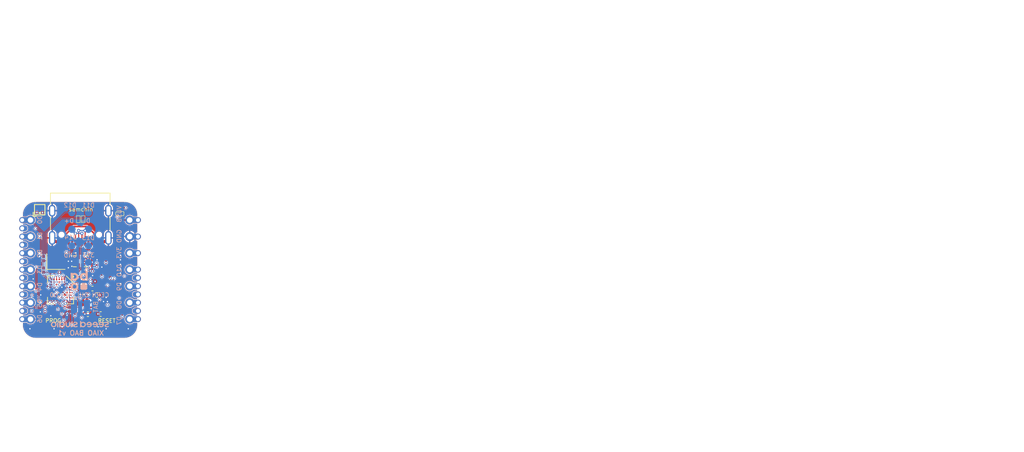
<source format=kicad_pcb>
(kicad_pcb (version 20241229) (generator "pcbnew") (generator_version "9.0")
  (layers (0 "F.Cu" signal) (4 "In1.Cu" signal) (6 "In2.Cu" signal) (8 "In3.Cu" signal) (10 "In4.Cu" signal) (2 "B.Cu" signal) (13 "F.Paste" user) (15 "B.Paste" user) (5 "F.SilkS" user "F.Silkscreen") (7 "B.SilkS" user "B.Silkscreen") (1 "F.Mask" user) (3 "B.Mask" user) (25 "Edge.Cuts" user))
  (net 0 "")
  (net 1 "GND")
  (net 2 "/XI_48M")
  (net 3 "+3.3V")
  (net 4 "/2.5V")
  (net 5 "/XO_48M")
  (net 6 "/RST_N")
  (net 7 "VBUS")
  (net 9 "/USBC_P")
  (net 10 "/USBC_CC2")
  (net 12 "/USBC_N")
  (net 13 "/USBC_CC1")
  (net 14 "/PB12")
  (net 15 "/PC6")
  (net 16 "/PC8")
  (net 17 "Net-(D1-VDD)")
  (net 18 "/PC7")
  (net 19 "/PC0")
  (net 20 "/PC2")
  (net 22 "/PB14")
  (net 23 "/PB13")
  (net 25 "/PC9")
  (net 26 "/PB1")
  (net 29 "/PC10")
  (net 31 "/PC1")
  (net 33 "/PC11")
  (net 34 "/PC12")
  (net 35 "/PB11")
  (net 44 "+0.9V")
  (net 46 "/USBCONN_P")
  (net 47 "/USBCONN_N")
  (net 48 "Net-(SW1-B0)")
  (net 49 "Net-(U7-IREF)")
  (net 50 "VBAT")
  (net 51 "Net-(U8-VOUT)")
  (net 52 "Net-(Q2-G)")
  (net 53 "Net-(Q1-G)")
  (net 54 "VSYS")
  (net 55 "Net-(U3-SW)")
  (net 56 "Net-(U3-MODE)")
  (net 57 "Net-(U9-SW)")
  (net 58 "Net-(U9-MODE)")
  (net 59 "/PA6")
  (net 60 "/PC5")
  (net 61 "Net-(U7-NCHG)")
  (net 63 "/PA4")
  (net 64 "/PA5")
  (net 66 "/PB4{slash}BAT_ADC_EN")
  (net 67 "/PC14")
  (net 68 "/PA7{slash}ADC3")
  (net 69 "Net-(D4-Pad+)")
  (net 70 "/PC4")
  (net 71 "/PC3")
  (net 72 "/PA1{slash}WS2812B_LED")
  (net 73 "/PB2{slash}LED")
  (net 74 "/PB5")
  (net 75 "/PB9")
  (net 76 "/PC13{slash}BOOT")
  (net 77 "/PB3{slash}WS2812_PWR_EN")
  (footprint "Capacitor_SMD:C_0201_0603Metric" (layer "F.Cu") (at 137.2 69.12)
    (property "Reference" "C3" (hide yes))
    (property "Value" "1uF")
  )
  (footprint "xiao:LED-0402" (layer "F.Cu") (at 138.1 61.3 180)
    (property "Reference" "D4" (hide yes))
    (property "Value" "Yellow")
  )
  (footprint "Capacitor_SMD:C_0201_0603Metric" (layer "F.Cu") (at 133.06 75.88 180)
    (property "Reference" "C16" (hide yes))
    (property "Value" "100nF")
  )
  (footprint "Capacitor_SMD:C_0201_0603Metric" (layer "F.Cu") (at 131.5 73.42 -90)
    (property "Reference" "C15" (hide yes))
    (property "Value" "2.2uF, 6.3V, X5R" (hide yes))
  )
  (footprint "Capacitor_SMD:C_0201_0603Metric" (layer "F.Cu") (at 127.4 76.02 -90)
    (property "Reference" "C11" (hide yes))
    (property "Value" "1.0uF, 10V, X5R" (hide yes))
  )
  (footprint "Resistor_SMD:R_0201_0603Metric" (layer "F.Cu") (at 134.22 70.12)
    (property "Reference" "R20" (hide yes))
    (property "Value" "100R")
  )
  (footprint "Capacitor_SMD:C_0402_1005Metric" (layer "F.Cu") (at 133.9 72.82 180)
    (property "Reference" "C21" (hide yes))
    (property "Value" "10uF")
  )
  (footprint "Resistor_SMD:R_0201_0603Metric" (layer "F.Cu") (at 137.22 67.72 180)
    (property "Reference" "R16" (hide yes))
    (property "Value" "470K")
  )
  (footprint "Resistor_SMD:R_0201_0603Metric" (layer "F.Cu") (at 130.2 68.32 90)
    (property "Reference" "R11" (hide yes))
    (property "Value" "5.1k, 1%")
  )
  (footprint "xiao:DFN1006-2L" (layer "F.Cu") (at 134.2 69.24 180)
    (property "Reference" "D2" (hide yes))
    (property "Value" "PSBD2FD40V1H")
  )
  (footprint "Capacitor_SMD:C_0201_0603Metric" (layer "F.Cu") (at 130.4 76.02 -90)
    (property "Reference" "C18" (hide yes))
    (property "Value" "0.1uF, 10V, X5R" (hide yes))
  )
  (footprint "Capacitor_SMD:C_0201_0603Metric" (layer "F.Cu") (at 127.75 70.32)
    (property "Reference" "C1" (hide yes))
    (property "Value" "12pF C0G" (hide yes))
  )
  (footprint "Resistor_SMD:R_0201_0603Metric" (layer "F.Cu") (at 133.86 68.07 90)
    (property "Reference" "R5" (hide yes))
    (property "Value" "5.1k, 1%")
  )
  (footprint "Resistor_SMD:R_0201_0603Metric" (layer "F.Cu") (at 136 73.87 90)
    (property "Reference" "R15" (hide yes))
    (property "Value" "249K")
  )
  (footprint "xiao:PMOS_1.0X0.6X0.35MM" (layer "F.Cu") (at 135.65 68.82 -90)
    (property "Reference" "Q2" (hide yes))
    (property "Value" "LN237N3T5G")
  )
  (footprint "Capacitor_SMD:C_0402_1005Metric" (layer "F.Cu") (at 133.2 76.76 180)
    (property "Reference" "C17" (hide yes))
    (property "Value" "10uF")
  )
  (footprint "Capacitor_SMD:C_0201_0603Metric" (layer "F.Cu") (at 134.24 70.82 180)
    (property "Reference" "C20" (hide yes))
    (property "Value" "100nF")
  )
  (footprint "xiao:SW4-SMD-2.8-2.6X1.6X0.53MM" (layer "F.Cu") (at 127.936 79.0714)
    (property "Reference" "SW2" (hide yes))
    (property "Value" "SKTAAAE010")
  )
  (footprint "Capacitor_SMD:C_0201_0603Metric" (layer "F.Cu") (at 126.4 68.22 -90)
    (property "Reference" "C10" (hide yes))
    (property "Value" "12pF C0G" (hide yes))
  )
  (footprint "common:USB_C_Receptacle_HRO_TYPE-C-31-M-12" (layer "F.Cu") (at 132.03 61.925 180)
    (property "Reference" "J1" (hide yes))
    (property "Value" "USB_C_Receptacle_USB2.0_16P" (hide yes))
  )
  (footprint "xiao:ESD-0201" (layer "F.Cu") (at 132.5 66.84 180)
    (property "Reference" "D5" (hide yes))
    (property "Value" "B74121U0055M060")
  )
  (footprint "Resistor_SMD:R_0201_0603Metric" (layer "F.Cu") (at 131.9 76.02 90)
    (property "Reference" "R2" (hide yes))
    (property "Value" "100 ohm")
  )
  (footprint "xiao:L0603" (layer "F.Cu") (at 133.7 74.92 180)
    (property "Reference" "L1" (hide yes))
    (property "Value" "0.47uH")
  )
  (footprint "Capacitor_SMD:C_0201_0603Metric" (layer "F.Cu") (at 129.15 70.32)
    (property "Reference" "C4" (hide yes))
    (property "Value" "0.1uF, 10V, X5R" (hide yes))
  )
  (footprint "Resistor_SMD:R_0201_0603Metric" (layer "F.Cu") (at 131.2 76.02 90)
    (property "Reference" "R4" (hide yes))
    (property "Value" "10k, 1%" (hide yes))
  )
  (footprint "Resistor_SMD:R_0201_0603Metric" (layer "F.Cu") (at 137.1965 74.462)
    (property "Reference" "R14" (hide yes))
    (property "Value" "470K")
  )
  (footprint "xiao:DFN1006-2L" (layer "F.Cu") (at 135.65 67.82 180)
    (property "Reference" "D3" (hide yes))
    (property "Value" "LNZ8F5V6T5G")
  )
  (footprint "Resistor_SMD:R_0201_0603Metric" (layer "F.Cu") (at 137.2 69.82 180)
    (property "Reference" "R7" (hide yes))
    (property "Value" "5.1K")
  )
  (footprint "xiao:R0201" (layer "F.Cu") (at 137.7 71.862 90)
    (property "Reference" "R12" (hide yes))
    (property "Value" "150K")
  )
  (footprint "xiao:1010 RGB WS2812B" (layer "F.Cu") (at 125.8 60.7)
    (property "Reference" "D1" (hide yes))
    (property "Value" "WS2812B-1010")
  )
  (footprint "Capacitor_SMD:C_0201_0603Metric" (layer "F.Cu") (at 129.68 76.02 -90)
    (property "Reference" "C7" (hide yes))
    (property "Value" "0.1uF, 10V, X5R" (hide yes))
  )
  (footprint "xiao:MOUDLE23P-XIAO-HALF-HOLE" (layer "F.Cu") (at 132 69.90595 90)
    (property "Reference" "U4" (hide yes))
    (property "Value" "XIAO-HALF-HOLE-23P")
  )
  (footprint "xiao:ESD-0201" (layer "F.Cu") (at 136.6147 66.9)
    (property "Reference" "D8" (hide yes))
    (property "Value" "B74121U0055M060")
  )
  (footprint "Capacitor_SMD:C_0201_0603Metric" (layer "F.Cu") (at 128.1 76.02 -90)
    (property "Reference" "C8" (hide yes))
    (property "Value" "0.1uF, 10V, X5R" (hide yes))
  )
  (footprint "Capacitor_SMD:C_0201_0603Metric" (layer "F.Cu") (at 137.2165 75.262 180)
    (property "Reference" "C26" (hide yes))
    (property "Value" "1nF")
  )
  (footprint "xiao:BGA6-0.35-0.745X10.95X0.4MM" (layer "F.Cu") (at 134.5 75.87 90)
    (property "Reference" "U3" (hide yes))
    (property "Value" "SMD IC PMIC;DCDC Buck-ADJ-1A,Vin 1.95V to 5.5V,Vout 0.8V to 1.55V;WLCSP-6B")
  )
  (footprint "Resistor_SMD:R_0201_0603Metric" (layer "F.Cu") (at 138.1 60.4)
    (property "Reference" "R1" (hide yes))
    (property "Value" "1.5k")
  )
  (footprint "Resistor_SMD:R_0201_0603Metric" (layer "F.Cu") (at 134.6 68.07 90)
    (property "Reference" "R19" (hide yes))
    (property "Value" "2.2K")
  )
  (footprint "Capacitor_SMD:C_0201_0603Metric" (layer "F.Cu") (at 137.1965 72.862)
    (property "Reference" "C27" (hide yes))
    (property "Value" "1uF")
  )
  (footprint "Capacitor_SMD:C_0201_0603Metric" (layer "F.Cu") (at 126.35 72.07 90)
    (property "Reference" "C2" (hide yes))
    (property "Value" "1.0uF, 10V, X5R" (hide yes))
  )
  (footprint "Capacitor_SMD:C_0201_0603Metric" (layer "F.Cu") (at 135.66 69.52 180)
    (property "Reference" "C6" (hide yes))
    (property "Value" "1uF")
  )
  (footprint "xiao:BGA6-0.35-0.745X10.95X0.4MM" (layer "F.Cu") (at 135.61 72.745 90)
    (property "Reference" "U9" (hide yes))
    (property "Value" "SMD IC PMIC;DCDC Buck-ADJ-1A,Vin 1.95V to 5.5V,Vout 1.8V to 3.3V;WLCSP-6B")
  )
  (footprint "xiao:ESD-0201" (layer "F.Cu") (at 126.84 76.98 180)
    (property "Reference" "D7" (hide yes))
    (property "Value" "B74121U0055M060")
  )
  (footprint "xiao:SW4-SMD-2.8-2.6X1.6X0.53MM" (layer "F.Cu") (at 136.064 79.0714)
    (property "Reference" "SW1" (hide yes))
    (property "Value" "SKTAAAE010")
  )
  (footprint "Capacitor_SMD:C_0201_0603Metric" (layer "F.Cu") (at 126.35 73.47 -90)
    (property "Reference" "C13" (hide yes))
    (property "Value" "0.1uF, 10V, X5R" (hide yes))
  )
  (footprint "Capacitor_SMD:C_0201_0603Metric" (layer "F.Cu") (at 130.2 69.92 90)
    (property "Reference" "C5" (hide yes))
    (property "Value" "2.2uF, 6.3V, X5R" (hide yes))
  )
  (footprint "xiao:ESD-0201" (layer "F.Cu") (at 131.58 66.84)
    (property "Reference" "D6" (hide yes))
    (property "Value" "B74121U0055M060")
  )
  (footprint "Resistor_SMD:R_0201_0603Metric" (layer "F.Cu") (at 126.62 76.02 -90)
    (property "Reference" "R8" (hide yes))
    (property "Value" "5.1k, 1%")
  )
  (footprint "Capacitor_SMD:C_0201_0603Metric" (layer "F.Cu") (at 137.2 68.42)
    (property "Reference" "C22" (hide yes))
    (property "Value" "100nF")
  )
  (footprint "common:WLCSP-71_9x8_4.062x3.762mm" (layer "F.Cu") (at 129.000001 73.02 -90)
    (property "Reference" "U1" (hide yes))
    (property "Value" "baochip1x" (hide yes))
  )
  (footprint "Crystal:Crystal_SMD_2016-4Pin_2.0x1.6mm" (layer "F.Cu") (at 128.28 68.66)
    (property "Reference" "Y2" (hide yes))
    (property "Value" "48.000MHz")
  )
  (footprint "Resistor_SMD:R_0201_0603Metric" (layer "F.Cu") (at 126.4 69.98 -90)
    (property "Reference" "R3" (hide yes))
    (property "Value" "4.7M")
  )
  (footprint "Capacitor_SMD:C_0402_1005Metric" (layer "F.Cu") (at 134.6 73.82 180)
    (property "Reference" "C19" (hide yes))
    (property "Value" "10uF")
  )
  (footprint "xiao:WLCSP4-0.4-0.77X0.77X0.33MM" (layer "F.Cu") (at 133.04 70.58 90)
    (property "Reference" "U2" (hide yes))
    (property "Value" "TPS22916CYFPR")
  )
  (footprint "xiao:PMOS_1.0X0.6X0.35MM" (layer "F.Cu") (at 135.66 70.32 -90)
    (property "Reference" "Q1" (hide yes))
    (property "Value" "LP0404N3T5G")
  )
  (footprint "Capacitor_SMD:C_0402_1005Metric" (layer "F.Cu") (at 135.16 76.74)
    (property "Reference" "C14" (hide yes))
    (property "Value" "10uF")
  )
  (footprint "Resistor_SMD:R_0201_0603Metric" (layer "F.Cu") (at 137.1965 73.662 180)
    (property "Reference" "R13" (hide yes))
    (property "Value" "470K")
  )
  (footprint "xiao:WLCSP-0.4-0.92X1.16X0.4MM" (layer "F.Cu") (at 137.1965 70.662 90)
    (property "Reference" "U7" (hide yes))
    (property "Value" "SGM40567-4.2XG/TR")
  )
  (footprint "Capacitor_SMD:C_0201_0603Metric" (layer "F.Cu") (at 131.5 71.78 90)
    (property "Reference" "C9" (hide yes))
    (property "Value" "2.2uF, 6.3V, X5R" (hide yes))
  )
  (footprint "xiao:L0603" (layer "F.Cu") (at 134.95 71.72 180)
    (property "Reference" "L3" (hide yes))
    (property "Value" "0.47uH")
  )
  (footprint "Resistor_SMD:R_0201_0603Metric" (layer "F.Cu") (at 135.8 75.9 180)
    (property "Reference" "R6" (hide yes))
    (property "Value" "12.1k")
  )
  (footprint "common:QFN-10_1.4x1.8_Pitch0.4mm" (layer "F.Cu") (at 132.03 68.62 -90)
    (property "Reference" "U5" (hide yes))
    (property "Value" "SGM7222YWQ10/TR" (hide yes))
  )
  (footprint "xiao:WLCSP4-0.4-0.77X0.77X0.33MM" (layer "F.Cu") (at 136.9 71.862 90)
    (property "Reference" "U8" (hide yes))
    (property "Value" "TPS22916CYFPR")
  )
  (footprint "xiao:TP-D45MIL" (layer "B.Cu") (at 133.28 61.16 -90)
    (property "Reference" "TP1" (hide yes))
    (property "Value" "TEST-POINT'4545'" (hide yes))
  )
  (footprint "xiao:TP-D45MIL" (layer "B.Cu") (at 130.74 68.7 -90)
    (property "Reference" "TP8" (hide yes))
    (property "Value" "TEST-POINT'4545'" (hide yes))
  )
  (footprint "xiao:simplebaologo" (layer "B.Cu") (at 131.9 71.4 180)
    (property "Reference" "G***" (hide yes))
    (property "Value" "LOGO" (hide yes))
  )
  (footprint "xiao:TP-80X40MIL" (layer "B.Cu") (at 133.06 75.54 90)
    (property "Reference" "TP10" (hide yes))
    (property "Value" "Test Point")
  )
  (footprint "xiao:TP-D45MIL" (layer "B.Cu") (at 130.74 63.7 -90)
    (property "Reference" "TP4" (hide yes))
    (property "Value" "TEST-POINT'4545'" (hide yes))
  )
  (footprint "xiao:TP-D45MIL" (layer "B.Cu") (at 130.74 61.16 -90)
    (property "Reference" "TP2" (hide yes))
    (property "Value" "TEST-POINT'4545'" (hide yes))
  )
  (footprint "xiao:TP-D45MIL" (layer "B.Cu") (at 133.28 66.24 -90)
    (property "Reference" "TP5" (hide yes))
    (property "Value" "TEST-POINT'4545'" (hide yes))
  )
  (footprint "xiao:TP-D45MIL" (layer "B.Cu") (at 130.74 66.24 -90)
    (property "Reference" "TP6" (hide yes))
    (property "Value" "TEST-POINT'4545'" (hide yes))
  )
  (footprint "xiao:TP-D45MIL" (layer "B.Cu") (at 133.28 63.7 -90)
    (property "Reference" "TP3" (hide yes))
    (property "Value" "TEST-POINT'4545'" (hide yes))
  )
  (footprint "xiao:TP-80X40MIL" (layer "B.Cu") (at 131.06 75.56 -90)
    (property "Reference" "TP9" (hide yes))
    (property "Value" "Test Point")
  )
  (footprint "xiao:TP-D45MIL" (layer "B.Cu") (at 133.28 68.8 -90)
    (property "Reference" "TP7" (hide yes))
    (property "Value" "TEST-POINT'4545'" (hide yes))
  )
  (footprint "Logo:LOGO-SEEED-NEW-1X9.6MM" (layer "B.Cu") (at 132 78.3 180)
    (property "Reference" "G***" (hide yes))
    (property "Value" "LOGO" (hide yes))
  )
  (gr_poly (pts (xy 137.962492 75.576503) (xy 137.964341 75.576605) (xy 137.966207 75.576791) (xy 137.968088 75.577063) (xy 137.969985 75.57742) (xy 137.971896 75.577863) (xy 137.973781 75.578384) (xy 137.975616 75.578975) (xy 137.977401 75.579634) (xy 137.979134 75.580361) (xy 137.980815 75.581155) (xy 137.982443 75.582016) (xy 137.984017 75.582943) (xy 137.985538 75.583935) (xy 137.987004 75.584991) (xy 137.988414 75.586112) (xy 137.989768 75.587295) (xy 137.991065 75.588542) (xy 137.992305 75.58985) (xy 137.993486 75.591219) (xy 137.994609 75.592649) (xy 137.995672 75.594138) (xy 137.996675 75.595687) (xy 137.997617 75.597294) (xy 137.998498 75.598959) (xy 137.999316 75.600681) (xy 138.000071 75.60246) (xy 138.000762 75.604294) (xy 138.00139 75.606184) (xy 138.001952 75.608127) (xy 138.002449 75.610125) (xy 138.002879 75.612175) (xy 138.003242 75.614278) (xy 138.003538 75.616433) (xy 138.003765 75.618638) (xy 138.003923 75.620894) (xy 138.004012 75.6232) (xy 138.00403 75.625554) (xy 138.001066 75.911701) (xy 137.998207 76.145098) (xy 137.996391 76.261784) (xy 137.993751 76.378426) (xy 137.99079 76.460573) (xy 137.986736 76.542694) (xy 137.976804 76.706893) (xy 137.958932 76.915067) (xy 137.957928 76.931783) (xy 137.957136 76.948519) (xy 137.95655 76.965271) (xy 137.956165 76.982032) (xy 137.955975 76.998797) (xy 137.955976 77.015562) (xy 137.95616 77.03232) (xy 137.956524 77.049065) (xy 137.956548 77.05203) (xy 137.956448 77.054914) (xy 137.956229 77.057717) (xy 137.955894 77.060438) (xy 137.955445 77.063077) (xy 137.954888 77.065632) (xy 137.954226 77.068102) (xy 137.953461 77.070488) (xy 137.952598 77.072787) (xy 137.95164 77.074999) (xy 137.950591 77.077123) (xy 137.949454 77.079159) (xy 137.948234 77.081105) (xy 137.946933 77.08296) (xy 137.945555 77.084725) (xy 137.944103 77.086397) (xy 137.942582 77.087976) (xy 137.940995 77.089461) (xy 137.939346 77.090851) (xy 137.937637 77.092146) (xy 137.935873 77.093344) (xy 137.934057 77.094444) (xy 137.932193 77.095447) (xy 137.930284 77.09635) (xy 137.928334 77.097154) (xy 137.926346 77.097856) (xy 137.924325 77.098457) (xy 137.922273 77.098955) (xy 137.920194 77.09935) (xy 137.918092 77.099641) (xy 137.915971 77.099826) (xy 137.913834 77.099905) (xy 137.91148 77.099876) (xy 137.909179 77.099737) (xy 137.90693 77.099489) (xy 137.904735 77.099134) (xy 137.902596 77.098674) (xy 137.900514 77.098109) (xy 137.898489 77.097442) (xy 137.896524 77.096673) (xy 137.894619 77.095804) (xy 137.892775 77.094836) (xy 137.890995 77.093771) (xy 137.889278 77.092609) (xy 137.887627 77.091354) (xy 137.886042 77.090005) (xy 137.884525 77.088564) (xy 137.883077 77.087033) (xy 137.8817 77.085413) (xy 137.880394 77.083706) (xy 137.87916 77.081912) (xy 137.878001 77.080033) (xy 137.876917 77.078071) (xy 137.875909 77.076027) (xy 137.874979 77.073903) (xy 137.874128 77.071699) (xy 137.873357 77.069417) (xy 137.872668 77.067058) (xy 137.872061 77.064625) (xy 137.871538 77.062118) (xy 137.8711 77.059539) (xy 137.870748 77.056888) (xy 137.870485 77.054169) (xy 137.87031 77.051381) (xy 137.870155 77.049203) (xy 137.869974 77.046947) (xy 137.869569 77.042028) (xy 137.850746 77.038443) (xy 137.831918 77.035576) (xy 137.813079 77.033379) (xy 137.794224 77.031807) (xy 137.775347 77.030811) (xy 137.756443 77.030347) (xy 137.737506 77.030366) (xy 137.718531 77.030822) (xy 137.596097 77.034191) (xy 137.473593 77.037212) (xy 137.296673 77.043359) (xy 137.208222 77.046002) (xy 137.119753 77.047214) (xy 137.005766 77.046723) (xy 136.891761 77.045095) (xy 136.66377 77.040824) (xy 136.661807 77.040814) (xy 136.65991 77.04086) (xy 136.658073 77.040967) (xy 136.656294 77.041145) (xy 136.654567 77.0414) (xy 136.652888 77.041739) (xy 136.651254 77.042169) (xy 136.649659 77.042699) (xy 136.648101 77.043335) (xy 136.646574 77.044085) (xy 136.645074 77.044955) (xy 136.643598 77.045955) (xy 136.642141 77.047089) (xy 136.640698 77.048367) (xy 136.639266 77.049795) (xy 136.637841 77.051381) (xy 136.636531 77.052833) (xy 136.635172 77.054205) (xy 136.633768 77.055495) (xy 136.63232 77.056705) (xy 136.630831 77.057834) (xy 136.629304 77.058882) (xy 136.62774 77.059851) (xy 136.626144 77.060739) (xy 136.624516 77.061548) (xy 136.62286 77.062277) (xy 136.621178 77.062927) (xy 136.619473 77.063498) (xy 136.617746 77.06399) (xy 136.616002 77.064403) (xy 136.614241 77.064737) (xy 136.612467 77.064993) (xy 136.610682 77.065171) (xy 136.608889 77.065272) (xy 136.60709 77.065294) (xy 136.605288 77.065239) (xy 136.603485 77.065106) (xy 136.601684 77.064897) (xy 136.599887 77.06461) (xy 136.598096 77.064247) (xy 136.596315 77.063807) (xy 136.594546 77.063291) (xy 136.59279 77.062699) (xy 136.591052 77.062031) (xy 136.589333 77.061287) (xy 136.587635 77.060468) (xy 136.585962 77.059573) (xy 136.584316 77.058604) (xy 136.582057 77.0571) (xy 136.579884 77.055423) (xy 136.577796 77.053584) (xy 136.575795 77.051591) (xy 136.573882 77.049454) (xy 136.572057 77.047181) (xy 136.570322 77.044782) (xy 136.568677 77.042266) (xy 136.567123 77.039643) (xy 136.565661 77.03692) (xy 136.563017 77.031216) (xy 136.560752 77.025227) (xy 136.558873 77.019027) (xy 136.557386 77.012689) (xy 136.556299 77.006287) (xy 136.555619 76.999894) (xy 136.555354 76.993583) (xy 136.555509 76.987427) (xy 136.556092 76.981501) (xy 136.556547 76.978647) (xy 136.557111 76.975878) (xy 136.557785 76.973202) (xy 136.558572 76.97063) (xy 136.559857 76.966483) (xy 136.560977 76.962277) (xy 136.561943 76.958036) (xy 136.649046 76.958036) (xy 136.76406 76.958036) (xy 137.05633 76.960906) (xy 137.129406 76.961212) (xy 137.202487 76.96064) (xy 137.275575 76.958836) (xy 137.34867 76.955443) (xy 137.387268 76.953479) (xy 137.425893 76.952028) (xy 137.503203 76.95021) (xy 137.657875 76.947756) (xy 137.72043 76.945939) (xy 137.751715 76.945321) (xy 137.767353 76.945264) (xy 137.782984 76.945441) (xy 137.793813 76.945833) (xy 137.804628 76.946544) (xy 137.815424 76.947502) (xy 137.826195 76.948636) (xy 137.84764 76.951145) (xy 137.86892 76.953498) (xy 137.883829 76.774031) (xy 137.884015 76.774031) (xy 137.895796 76.639535) (xy 137.903776 76.504903) (xy 137.908788 76.370136) (xy 137.911669 76.235237) (xy 137.91437 75.96505) (xy 137.918556 75.694359) (xy 137.83292 75.687622) (xy 137.791509 75.684749) (xy 137.770973 75.683686) (xy 137.75048 75.682969) (xy 137.729709 75.682663) (xy 137.708932 75.682678) (xy 137.667367 75.68342) (xy 137.584255 75.686025) (xy 137.508302 75.688979) (xy 137.432315 75.692438) (xy 137.39433 75.69384) (xy 137.356362 75.69475) (xy 137.31842 75.694961) (xy 137.280513 75.694267) (xy 137.210021 75.692698) (xy 137.139593 75.6924) (xy 137.069218 75.693208) (xy 136.998881 75.694961) (xy 136.858273 75.700648) (xy 136.717665 75.708157) (xy 136.714602 75.708393) (xy 136.711797 75.708757) (xy 136.710489 75.708989) (xy 136.709241 75.709257) (xy 136.708054 75.70956) (xy 136.706925 75.709899) (xy 136.705854 75.710276) (xy 136.704839 75.710692) (xy 136.703879 75.711146) (xy 136.702974 75.711641) (xy 136.702122 75.712176) (xy 136.701322 75.712754) (xy 136.700573 75.713374) (xy 136.699874 75.714038) (xy 136.699223 75.714746) (xy 136.698619 75.715499) (xy 136.698062 75.716299) (xy 136.69755 75.717146) (xy 136.697082 75.718041) (xy 136.696657 75.718985) (xy 136.696274 75.719979) (xy 136.695931 75.721023) (xy 136.695628 75.722119) (xy 136.695363 75.723268) (xy 136.694943 75.725725) (xy 136.694663 75.728403) (xy 136.694514 75.731308) (xy 136.685254 76.070888) (xy 136.681399 76.216554) (xy 136.67692 76.36222) (xy 136.670692 76.513165) (xy 136.66377 76.66411) (xy 136.654046 76.873025) (xy 136.652978 76.893366) (xy 136.651754 76.914072) (xy 136.649046 76.958036) (xy 136.561943 76.958036) (xy 136.561947 76.958017) (xy 136.562779 76.953709) (xy 136.563488 76.949359) (xy 136.564087 76.944972) (xy 136.565008 76.936112) (xy 136.565651 76.927173) (xy 136.566125 76.918201) (xy 136.566999 76.900343) (xy 136.571988 76.807299) (xy 136.576629 76.713005) (xy 136.576537 76.713005) (xy 136.61043 75.713528) (xy 136.600058 75.713598) (xy 136.59548 75.713606) (xy 136.593267 75.713581) (xy 136.591075 75.713528) (xy 136.589117 75.713407) (xy 136.587184 75.713201) (xy 136.585279 75.712911) (xy 136.583403 75.712539) (xy 136.581558 75.712088) (xy 136.579745 75.711558) (xy 136.577968 75.710951) (xy 136.576227 75.71027) (xy 136.574524 75.709515) (xy 136.572861 75.708689) (xy 136.57124 75.707792) (xy 136.569663 75.706828) (xy 136.568131 75.705797) (xy 136.566647 75.704702) (xy 136.565211 75.703543) (xy 136.563827 75.702323) (xy 136.562495 75.701043) (xy 136.561217 75.699706) (xy 136.559996 75.698312) (xy 136.558832 75.696863) (xy 136.557729 75.695362) (xy 136.556687 75.693809) (xy 136.555708 75.692207) (xy 136.554795 75.690557) (xy 136.553949 75.68886) (xy 136.553171 75.68712) (xy 136.552464 75.685337) (xy 136.55183 75.683512) (xy 136.551269 75.681648) (xy 136.550785 75.679747) (xy 136.550379 75.67781) (xy 136.550052 75.675838) (xy 136.549838 75.674047) (xy 136.549717 75.672251) (xy 136.549687 75.670454) (xy 136.549746 75.668659) (xy 136.549892 75.666868) (xy 136.550123 75.665085) (xy 136.550437 75.663311) (xy 136.550833 75.661551) (xy 136.551309 75.659807) (xy 136.551863 75.658082) (xy 136.553197 75.6547) (xy 136.55482 75.651428) (xy 136.556719 75.648289) (xy 136.558879 75.645306) (xy 136.561284 75.642503) (xy 136.56392 75.639902) (xy 136.56532 75.638684) (xy 136.566773 75.637526) (xy 136.568276 75.63643) (xy 136.569827 75.635399) (xy 136.571426 75.634436) (xy 136.573069 75.633544) (xy 136.574755 75.632725) (xy 136.576483 75.631983) (xy 136.578251 75.63132) (xy 136.580056 75.63074) (xy 136.58219 75.630138) (xy 136.584354 75.629588) (xy 136.586542 75.629099) (xy 136.588749 75.62868) (xy 136.590968 75.628338) (xy 136.593195 75.628084) (xy 136.59431 75.627991) (xy 136.595424 75.627924) (xy 136.596538 75.627883) (xy 136.59765 75.627869) (xy 136.602965 75.627783) (xy 136.605574 75.62766) (xy 136.608152 75.627471) (xy 136.610701 75.627208) (xy 136.613222 75.626859) (xy 136.615716 75.626415) (xy 136.618185 75.625867) (xy 136.62063 75.625205) (xy 136.623053 75.624419) (xy 136.625455 75.623501) (xy 136.627836 75.622439) (xy 136.6302 75.621225) (xy 136.632546 75.619849) (xy 136.634876 75.618301) (xy 136.637192 75.616572) (xy 136.638388 75.615679) (xy 136.639598 75.614859) (xy 136.640819 75.61411) (xy 136.642053 75.613429) (xy 136.643299 75.612817) (xy 136.644555 75.61227) (xy 136.645822 75.611787) (xy 136.647099 75.611367) (xy 136.648386 75.611008) (xy 136.649682 75.610709) (xy 136.650987 75.610468) (xy 136.6523 75.610283) (xy 136.654948 75.610077) (xy 136.657623 75.610078) (xy 136.660321 75.610273) (xy 136.663037 75.610649) (xy 136.665769 75.611195) (xy 136.668511 75.611897) (xy 136.671261 75.612742) (xy 136.674013 75.613719) (xy 136.676765 75.614815) (xy 136.679512 75.616016) (xy 136.682833 75.61745) (xy 136.686252 75.618807) (xy 136.687991 75.619444) (xy 136.689745 75.620045) (xy 136.691511 75.620606) (xy 136.693287 75.621121) (xy 136.69507 75.621585) (xy 136.696856 75.621993) (xy 136.698642 75.622339) (xy 136.700426 75.622618) (xy 136.702205 75.622826) (xy 136.703975 75.622955) (xy 136.705734 75.623002) (xy 136.707479 75.622961) (xy 136.8512 75.615044) (xy 136.923053 75.611319) (xy 136.958984 75.609858) (xy 136.994922 75.608793) (xy 137.032435 75.60819) (xy 137.069962 75.608029) (xy 137.145045 75.608515) (xy 137.220146 75.60921) (xy 137.295237 75.609071) (xy 137.366287 75.607848) (xy 137.437327 75.605957) (xy 137.579347 75.600829) (xy 137.660655 75.598025) (xy 137.701288 75.59729) (xy 137.741902 75.597287) (xy 137.782495 75.59823) (xy 137.823062 75.600334) (xy 137.863602 75.603814) (xy 137.90411 75.608886) (xy 137.905648 75.609066) (xy 137.907212 75.609197) (xy 137.908811 75.609291) (xy 137.910453 75.60936) (xy 137.913903 75.609472) (xy 137.915727 75.609538) (xy 137.91763 75.609626) (xy 137.918032 75.609062) (xy 137.918466 75.608479) (xy 137.91939 75.607253) (xy 137.919857 75.606609) (xy 137.920087 75.606278) (xy 137.920313 75.605941) (xy 137.920533 75.605598) (xy 137.920747 75.60525) (xy 137.920953 75.604895) (xy 137.921149 75.604533) (xy 137.922312 75.602478) (xy 137.923509 75.600499) (xy 137.924738 75.598595) (xy 137.926 75.596767) (xy 137.927293 75.595015) (xy 137.928618 75.59334) (xy 137.929973 75.591742) (xy 137.931357 75.590221) (xy 137.932771 75.588779) (xy 137.934214 75.587414) (xy 137.935684 75.586127) (xy 137.937181 75.58492) (xy 137.938706 75.583791) (xy 137.940256 75.582742) (xy 137.941832 75.581773) (xy 137.943432 75.580884) (xy 137.945057 75.580076) (xy 137.946705 75.579349) (xy 137.948376 75.578703) (xy 137.950069 75.578138) (xy 137.951784 75.577656) (xy 137.95352 75.577256) (xy 137.955276 75.576938) (xy 137.957052 75.576704) (xy 137.958847 75.576553) (xy 137.960661 75.576486)) (fill yes) (layer "F.Cu"))
  (gr_poly (pts (xy 137.480361 75.79854) (xy 137.484279 75.798774) (xy 137.488118 75.79916) (xy 137.491875 75.799698) (xy 137.495549 75.800387) (xy 137.499137 75.801223) (xy 137.502637 75.802207) (xy 137.506048 75.803336) (xy 137.509366 75.804608) (xy 137.512591 75.806023) (xy 137.515718 75.807578) (xy 137.518748 75.809272) (xy 137.521676 75.811104) (xy 137.524502 75.813071) (xy 137.527222 75.815173) (xy 137.529836 75.817407) (xy 137.53234 75.819773) (xy 137.534733 75.822268) (xy 137.537012 75.82489) (xy 137.539175 75.82764) (xy 137.54122 75.830514) (xy 137.543146 75.833511) (xy 137.544949 75.83663) (xy 137.546627 75.839869) (xy 137.54818 75.843226) (xy 137.549603 75.8467) (xy 137.550896 75.85029) (xy 137.552055 75.853993) (xy 137.55308 75.857808) (xy 137.553967 75.861734) (xy 137.554714 75.86577) (xy 137.556391 75.877499) (xy 137.557507 75.889142) (xy 137.558082 75.900702) (xy 137.558133 75.912179) (xy 137.557678 75.923574) (xy 137.556734 75.93489) (xy 137.55532 75.946126) (xy 137.553453 75.957286) (xy 137.55115 75.968369) (xy 137.54843 75.979378) (xy 137.54531 75.990313) (xy 137.541809 76.001177) (xy 137.537943 76.01197) (xy 137.533732 76.022694) (xy 137.529191 76.03335) (xy 137.52434 76.04394) (xy 137.517501 76.057842) (xy 137.5103 76.0715) (xy 137.502762 76.08493) (xy 137.494912 76.09815) (xy 137.486775 76.111174) (xy 137.478374 76.12402) (xy 137.460883 76.149242) (xy 137.442637 76.173948) (xy 137.423833 76.198269) (xy 137.385341 76.24628) (xy 137.37593 76.25833) (xy 137.37351 76.261269) (xy 137.372269 76.262703) (xy 137.371004 76.264108) (xy 137.369709 76.265478) (xy 137.368382 76.266809) (xy 137.367019 76.268098) (xy 137.365617 76.269338) (xy 137.361122 76.273413) (xy 137.357039 76.277616) (xy 137.353352 76.281947) (xy 137.350043 76.286405) (xy 137.347098 76.290991) (xy 137.344499 76.295704) (xy 137.342231 76.300544) (xy 137.340278 76.305512) (xy 137.338623 76.310606) (xy 137.33725 76.315828) (xy 137.336144 76.321176) (xy 137.335287 76.32665) (xy 137.334665 76.332251) (xy 137.33426 76.337979) (xy 137.334056 76.343832) (xy 137.334039 76.349811) (xy 137.335293 76.39483) (xy 137.338104 76.439593) (xy 137.3425 76.484097) (xy 137.348508 76.528341) (xy 137.356157 76.572319) (xy 137.365475 76.61603) (xy 137.37649 76.659469) (xy 137.389231 76.702633) (xy 137.390886 76.707622) (xy 137.392623 76.712379) (xy 137.394445 76.716906) (xy 137.396353 76.721204) (xy 137.398348 76.725277) (xy 137.400434 76.729124) (xy 137.402611 76.732749) (xy 137.404882 76.736152) (xy 137.407249 76.739335) (xy 137.409713 76.742301) (xy 137.412277 76.74505) (xy 137.414942 76.747585) (xy 137.41771 76.749907) (xy 137.420584 76.752019) (xy 137.423564 76.75392) (xy 137.426654 76.755615) (xy 137.429855 76.757103) (xy 137.433169 76.758387) (xy 137.436597 76.759468) (xy 137.440142 76.760349) (xy 137.443806 76.761031) (xy 137.44759 76.761515) (xy 137.451497 76.761804) (xy 137.455528 76.761899) (xy 137.459685 76.761801) (xy 137.463971 76.761513) (xy 137.468387 76.761036) (xy 137.472934 76.760373) (xy 137.477616 76.759523) (xy 137.482434 76.758491) (xy 137.487389 76.757276) (xy 137.492484 76.755881) (xy 137.500404 76.753357) (xy 137.508023 76.750451) (xy 137.515355 76.747179) (xy 137.52241 76.743559) (xy 137.529201 76.739606) (xy 137.535742 76.735338) (xy 137.542042 76.730771) (xy 137.548116 76.725923) (xy 137.553975 76.72081) (xy 137.559631 76.71545) (xy 137.565097 76.709858) (xy 137.570385 76.704051) (xy 137.575506 76.698048) (xy 137.580474 76.691863) (xy 137.5853 76.685515) (xy 137.589996 76.679019) (xy 137.596269 76.66984) (xy 137.60234 76.660522) (xy 137.608262 76.651099) (xy 137.614085 76.641607) (xy 137.625639 76.622554) (xy 137.631472 76.613062) (xy 137.63741 76.603639) (xy 137.639088 76.601167) (xy 137.640857 76.598839) (xy 137.642709 76.596655) (xy 137.644639 76.594615) (xy 137.646643 76.59272) (xy 137.648713 76.59097) (xy 137.650846 76.589366) (xy 137.653035 76.587908) (xy 137.655275 76.586597) (xy 137.65756 76.585432) (xy 137.659886 76.584415) (xy 137.662245 76.583546) (xy 137.664633 76.582824) (xy 137.667045 76.582252) (xy 137.669475 76.581828) (xy 137.671916 76.581553) (xy 137.674365 76.581429) (xy 137.676815 76.581454) (xy 137.67926 76.58163) (xy 137.681696 76.581957) (xy 137.684117 76.582435) (xy 137.686516 76.583066) (xy 137.68889 76.583848) (xy 137.691231 76.584783) (xy 137.693536 76.585871) (xy 137.695797 76.587112) (xy 137.698011 76.588508) (xy 137.70017 76.590057) (xy 137.70227 76.591761) (xy 137.704305 76.59362) (xy 137.70627 76.595635) (xy 137.708159 76.597805) (xy 137.710106 76.600318) (xy 137.711847 76.602885) (xy 137.71338 76.605501) (xy 137.714705 76.60816) (xy 137.715819 76.610855) (xy 137.716721 76.613582) (xy 137.71741 76.616334) (xy 137.717883 76.619104) (xy 137.718139 76.621888) (xy 137.718176 76.624679) (xy 137.717993 76.62747) (xy 137.717588 76.630257) (xy 137.716959 76.633033) (xy 137.716105 76.635793) (xy 137.715025 76.638529) (xy 137.713716 76.641237) (xy 137.701319 76.664042) (xy 137.688374 76.686443) (xy 137.681632 76.697442) (xy 137.674678 76.708278) (xy 137.667485 76.718932) (xy 137.660028 76.729384) (xy 137.652283 76.739614) (xy 137.644225 76.749601) (xy 137.635827 76.759325) (xy 137.627064 76.768766) (xy 137.617912 76.777903) (xy 137.608345 76.786717) (xy 137.598339 76.795188) (xy 137.587867 76.803294) (xy 137.580793 76.808326) (xy 137.573605 76.813039) (xy 137.566303 76.817436) (xy 137.55889 76.821521) (xy 137.551367 76.825296) (xy 137.543737 76.828764) (xy 137.536 76.831928) (xy 137.52816 76.834791) (xy 137.520218 76.837355) (xy 137.512175 76.839624) (xy 137.504035 76.8416) (xy 137.495798 76.843286) (xy 137.487466 76.844685) (xy 137.479043 76.8458) (xy 137.470528 76.846633) (xy 137.461925 76.847188) (xy 137.449264 76.847312) (xy 137.436894 76.846445) (xy 137.424846 76.844606) (xy 137.418954 76.843328) (xy 137.413153 76.841814) (xy 137.407448 76.840067) (xy 137.401844 76.838088) (xy 137.390951 76.833446) (xy 137.380505 76.827908) (xy 137.370536 76.821491) (xy 137.361077 76.814214) (xy 137.352157 76.806097) (xy 137.343809 76.797158) (xy 137.336063 76.787415) (xy 137.32895 76.776888) (xy 137.322501 76.765595) (xy 137.316748 76.753555) (xy 137.311721 76.740786) (xy 137.301782 76.710952) (xy 137.292948 76.680848) (xy 137.285126 76.650501) (xy 137.278221 76.619938) (xy 137.272142 76.589183) (xy 137.266793 76.558263) (xy 137.262083 76.527205) (xy 137.257918 76.496033) (xy 137.256471 76.483898) (xy 137.255166 76.471723) (xy 137.252848 76.447196) (xy 137.248472 76.39704) (xy 137.247058 76.398161) (xy 137.245664 76.399242) (xy 137.242951 76.401322) (xy 137.241638 76.402344) (xy 137.240359 76.403368) (xy 137.239117 76.404406) (xy 137.237916 76.405467) (xy 137.173475 76.463471) (xy 137.141146 76.492339) (xy 137.108547 76.520851) (xy 137.107637 76.521666) (xy 137.106797 76.52248) (xy 137.106024 76.523291) (xy 137.105317 76.524102) (xy 137.104672 76.524912) (xy 137.104087 76.525721) (xy 137.10356 76.526531) (xy 137.103088 76.527341) (xy 137.102669 76.528151) (xy 137.102299 76.528963) (xy 137.101977 76.529776) (xy 137.101699 76.53059) (xy 137.101464 76.531407) (xy 137.101269 76.532227) (xy 137.101112 76.533049) (xy 137.100989 76.533874) (xy 137.100837 76.535535) (xy 137.100795 76.537214) (xy 137.100841 76.538912) (xy 137.100955 76.540632) (xy 137.101695 76.547799) (xy 137.108918 76.617067) (xy 137.110599 76.634379) (xy 137.112087 76.651692) (xy 137.11331 76.66901) (xy 137.114196 76.686335) (xy 137.114385 76.693242) (xy 137.114391 76.700139) (xy 137.114212 76.707023) (xy 137.113843 76.713891) (xy 137.113282 76.720739) (xy 137.112523 76.727564) (xy 137.111564 76.734363) (xy 137.1104 76.741133) (xy 137.109027 76.747871) (xy 137.107443 76.754573) (xy 137.105642 76.761235) (xy 137.103622 76.767856) (xy 137.101378 76.77443) (xy 137.098907 76.780956) (xy 137.096205 76.78743) (xy 137.093268 76.793848) (xy 137.090567 76.799271) (xy 137.087762 76.804461) (xy 137.084852 76.809417) (xy 137.081838 76.814141) (xy 137.07872 76.818632) (xy 137.075498 76.822889) (xy 137.072173 76.826914) (xy 137.068745 76.830705) (xy 137.065215 76.834263) (xy 137.061582 76.837587) (xy 137.057848 76.840678) (xy 137.054012 76.843536) (xy 137.050074 76.84616) (xy 137.046036 76.84855) (xy 137.041898 76.850706) (xy 137.037659 76.852629) (xy 137.03332 76.854318) (xy 137.028882 76.855773) (xy 137.024345 76.856994) (xy 137.019709 76.857981) (xy 137.014974 76.858733) (xy 137.010142 76.859252) (xy 137.005211 76.859536) (xy 137.000183 76.859586) (xy 136.995058 76.859401) (xy 136.989836 76.858982) (xy 136.984518 76.858329) (xy 136.979103 76.857441) (xy 136.973593 76.856318) (xy 136.967988 76.85496) (xy 136.962287 76.853368) (xy 136.956491 76.851541) (xy 136.947335 76.848326) (xy 136.938337 76.844836) (xy 136.929488 76.841085) (xy 136.920782 76.837087) (xy 136.912212 76.832857) (xy 136.903768 76.828408) (xy 136.895445 76.823754) (xy 136.887235 76.818909) (xy 136.87913 76.813888) (xy 136.871123 76.808703) (xy 136.855372 76.797901) (xy 136.839923 76.786615) (xy 136.824716 76.774957) (xy 136.822073 76.772799) (xy 136.819565 76.770562) (xy 136.817191 76.768251) (xy 136.814953 76.765869) (xy 136.812852 76.763419) (xy 136.81089 76.760904) (xy 136.809067 76.758328) (xy 136.807384 76.755694) (xy 136.805844 76.753006) (xy 136.804447 76.750267) (xy 136.803194 76.74748) (xy 136.802086 76.744649) (xy 136.801125 76.741777) (xy 136.800312 76.738868) (xy 136.799648 76.735924) (xy 136.799134 76.73295) (xy 136.798771 76.729948) (xy 136.798561 76.726922) (xy 136.798505 76.723875) (xy 136.798604 76.720812) (xy 136.798859 76.717734) (xy 136.799107 76.715874) (xy 136.895458 76.715874) (xy 136.895479 76.716643) (xy 136.895532 76.71744) (xy 136.895614 76.718263) (xy 136.895723 76.719112) (xy 136.895859 76.719983) (xy 136.896021 76.720876) (xy 136.896113 76.720876) (xy 136.939082 76.745579) (xy 136.949851 76.751678) (xy 136.960679 76.757652) (xy 136.971589 76.763452) (xy 136.982606 76.769031) (xy 136.986208 76.770736) (xy 136.989497 76.772134) (xy 136.992497 76.773216) (xy 136.993896 76.773637) (xy 136.995232 76.773976) (xy 136.996508 76.774233) (xy 136.997727 76.774407) (xy 136.998892 76.774498) (xy 137.000007 76.774503) (xy 137.001074 76.774423) (xy 137.002097 76.774257) (xy 137.003078 76.774003) (xy 137.00402 76.773661) (xy 137.004928 76.77323) (xy 137.005803 76.772709) (xy 137.006649 76.772097) (xy 137.00747 76.771394) (xy 137.008267 76.770599) (xy 137.009044 76.76971) (xy 137.009805 76.768728) (xy 137.010552 76.76765) (xy 137.011288 76.766477) (xy 137.012017 76.765207) (xy 137.013465 76.762373) (xy 137.01492 76.759144) (xy 137.016406 76.75551) (xy 137.019939 76.745704) (xy 137.022824 76.735872) (xy 137.025103 76.726013) (xy 137.02682 76.716127) (xy 137.028019 76.706215) (xy 137.028743 76.696274) (xy 137.029037 76.686306) (xy 137.028943 76.676311) (xy 137.028504 76.666286) (xy 137.027766 76.656234) (xy 137.025561 76.636042) (xy 137.022677 76.615733) (xy 137.019462 76.595305) (xy 137.003666 76.609359) (xy 136.988069 76.623522) (xy 136.957371 76.652129) (xy 136.927159 76.681032) (xy 136.897225 76.710134) (xy 136.897039 76.710322) (xy 136.896865 76.710522) (xy 136.896702 76.710734) (xy 136.89655 76.710957) (xy 136.896409 76.71119) (xy 136.896278 76.711435) (xy 136.896157 76.71169) (xy 136.896047 76.711956) (xy 136.895947 76.712232) (xy 136.895856 76.712517) (xy 136.895704 76.713118) (xy 136.89559 76.713756) (xy 136.895512 76.714429) (xy 136.895468 76.715135) (xy 136.895458 76.715874) (xy 136.799107 76.715874) (xy 136.799271 76.714646) (xy 136.799842 76.711551) (xy 136.800572 76.708451) (xy 136.801463 76.705352) (xy 136.802517 76.702255) (xy 136.803733 76.699165) (xy 136.805114 76.696085) (xy 136.806661 76.693017) (xy 136.808375 76.689966) (xy 136.810256 76.686935) (xy 136.812307 76.683927) (xy 136.820986 76.672144) (xy 136.830048 76.66061) (xy 136.83945 76.649312) (xy 136.849152 76.638239) (xy 136.859109 76.627378) (xy 136.86928 76.616718) (xy 136.879623 76.606247) (xy 136.890094 76.595953) (xy 136.902369 76.584267) (xy 136.914864 76.572804) (xy 136.927549 76.561533) (xy 136.94039 76.550427) (xy 136.953357 76.539455) (xy 136.966419 76.528588) (xy 136.9927 76.507053) (xy 136.99373 76.506196) (xy 136.994701 76.505341) (xy 136.995616 76.504488) (xy 136.996475 76.503636) (xy 136.997279 76.502785) (xy 136.998029 76.501932) (xy 136.998727 76.501079) (xy 136.999373 76.500222) (xy 136.999969 76.499363) (xy 137.000515 76.498499) (xy 137.001013 76.497629) (xy 137.001464 76.496754) (xy 137.001869 76.495872) (xy 137.002228 76.494982) (xy 137.002544 76.494083) (xy 137.002817 76.493174) (xy 137.003048 76.492255) (xy 137.003238 76.491324) (xy 137.003389 76.490381) (xy 137.003501 76.489425) (xy 137.003576 76.488455) (xy 137.003614 76.487469) (xy 137.003586 76.485449) (xy 137.003426 76.483358) (xy 137.003142 76.481189) (xy 137.002743 76.478934) (xy 137.002238 76.476587) (xy 136.970104 76.334138) (xy 136.938526 76.191551) (xy 136.931596 76.157514) (xy 136.92578 76.123393) (xy 136.921143 76.089183) (xy 136.917748 76.054879) (xy 136.91566 76.020475) (xy 136.914943 75.985965) (xy 136.915118 75.96867) (xy 136.91566 75.951345) (xy 136.916576 75.933992) (xy 136.917876 75.916609) (xy 136.919119 75.905352) (xy 136.920874 75.894675) (xy 136.923145 75.884583) (xy 136.925939 75.875078) (xy 136.929261 75.866164) (xy 136.933117 75.857844) (xy 136.937511 75.850122) (xy 136.939912 75.846486) (xy 136.94245 75.843) (xy 136.945126 75.839666) (xy 136.94794 75.836484) (xy 136.950892 75.833453) (xy 136.953985 75.830575) (xy 136.957218 75.82785) (xy 136.960591 75.825277) (xy 136.964107 75.822859) (xy 136.967765 75.820595) (xy 136.971566 75.818485) (xy 136.97551 75.81653) (xy 136.9796 75.81473) (xy 136.983834 75.813086) (xy 136.992741 75.810268) (xy 137.002238 75.808077) (xy 137.010989 75.806655) (xy 137.019565 75.805763) (xy 137.02796 75.805405) (xy 137.03617 75.805588) (xy 137.044191 75.806319) (xy 137.052018 75.807602) (xy 137.059647 75.809444) (xy 137.067072 75.811851) (xy 137.074291 75.814828) (xy 137.081298 75.818383) (xy 137.088088 75.82252) (xy 137.094658 75.827246) (xy 137.101003 75.832567) (xy 137.107118 75.838488) (xy 137.112999 75.845016) (xy 137.118641 75.852157) (xy 137.124245 75.860045) (xy 137.129468 75.868079) (xy 137.134328 75.876251) (xy 137.138841 75.884557) (xy 137.143024 75.892988) (xy 137.146894 75.901538) (xy 137.150467 75.910201) (xy 137.153761 75.918971) (xy 137.156793 75.92784) (xy 137.159579 75.936803) (xy 137.162136 75.945852) (xy 137.16448 75.954982) (xy 137.16663 75.964186) (xy 137.168601 75.973457) (xy 137.172074 75.992174) (xy 137.172675 75.995928) (xy 137.173234 75.999701) (xy 137.174273 76.007384) (xy 137.176334 76.023845) (xy 137.176426 76.023567) (xy 137.181647 76.064822) (xy 137.184097 76.084955) (xy 137.186242 76.104966) (xy 137.186407 76.107257) (xy 137.186451 76.109528) (xy 137.186378 76.111774) (xy 137.18619 76.113993) (xy 137.185891 76.116183) (xy 137.185482 76.11834) (xy 137.184968 76.12046) (xy 137.18435 76.122542) (xy 137.183632 76.124582) (xy 137.182816 76.126577) (xy 137.181905 76.128524) (xy 137.180903 76.13042) (xy 137.179812 76.132262) (xy 137.178635 76.134048) (xy 137.177374 76.135773) (xy 137.176033 76.137435) (xy 137.174614 76.139032) (xy 137.173121 76.14056) (xy 137.171555 76.142015) (xy 137.169921 76.143396) (xy 137.16822 76.144699) (xy 137.166456 76.145921) (xy 137.164632 76.147058) (xy 137.16275 76.148109) (xy 137.160813 76.149071) (xy 137.158824 76.149939) (xy 137.156786 76.150711) (xy 137.154702 76.151384) (xy 137.152574 76.151955) (xy 137.150406 76.152422) (xy 137.1482 76.15278) (xy 137.14596 76.153028) (xy 137.143858 76.15315) (xy 137.141775 76.153155) (xy 137.139713 76.153045) (xy 137.137674 76.152822) (xy 137.135661 76.15249) (xy 137.133676 76.152052) (xy 137.131722 76.151509) (xy 137.129802 76.150864) (xy 137.127917 76.150122) (xy 137.126071 76.149283) (xy 137.124266 76.148351) (xy 137.122504 76.147329) (xy 137.120789 76.146219) (xy 137.119122 76.145024) (xy 137.117506 76.143746) (xy 137.115944 76.14239) (xy 137.114438 76.140956) (xy 137.112991 76.139449) (xy 137.111605 76.13787) (xy 137.110283 76.136222) (xy 137.109026 76.134509) (xy 137.107839 76.132733) (xy 137.106723 76.130896) (xy 137.105681 76.129001) (xy 137.104715 76.127052) (xy 137.103828 76.12505) (xy 137.103023 76.122999) (xy 137.102302 76.120901) (xy 137.101667 76.118759) (xy 137.101121 76.116576) (xy 137.100666 76.114354) (xy 137.100306 76.112097) (xy 137.090409 76.038789) (xy 137.087709 76.020497) (xy 137.084796 76.002252) (xy 137.081607 75.98407) (xy 137.078081 75.965967) (xy 137.077163 75.961975) (xy 137.076056 75.95802) (xy 137.074776 75.954097) (xy 137.073342 75.950204) (xy 137.071772 75.946339) (xy 137.070083 75.942498) (xy 137.066424 75.934875) (xy 137.062509 75.927314) (xy 137.058482 75.91979) (xy 137.054487 75.912278) (xy 137.05067 75.904756) (xy 137.049981 75.903421) (xy 137.049253 75.90216) (xy 137.048486 75.900971) (xy 137.047683 75.899853) (xy 137.046846 75.898805) (xy 137.045975 75.897827) (xy 137.045073 75.896917) (xy 137.044141 75.896074) (xy 137.043181 75.895298) (xy 137.042194 75.894586) (xy 137.041183 75.893939) (xy 137.040148 75.893355) (xy 137.039091 75.892833) (xy 137.038014 75.892372) (xy 137.036919 75.891971) (xy 137.035807 75.891629) (xy 137.03468 75.891346) (xy 137.033539 75.891119) (xy 137.032386 75.890948) (xy 137.031223 75.890833) (xy 137.030051 75.890771) (xy 137.028872 75.890762) (xy 137.027688 75.890806) (xy 137.0265 75.8909) (xy 137.02531 75.891044) (xy 137.024119 75.891237) (xy 137.02293 75.891478) (xy 137.021743 75.891766) (xy 137.02056 75.8921) (xy 137.019383 75.892478) (xy 137.018214 75.8929) (xy 137.017055 75.893366) (xy 137.016466 75.893636) (xy 137.015881 75.89396) (xy 137.0153 75.894335) (xy 137.014725 75.894758) (xy 137.014157 75.895227) (xy 137.013596 75.895739) (xy 137.013044 75.896292) (xy 137.012501 75.896883) (xy 137.011969 75.89751) (xy 137.011448 75.89817) (xy 137.010444 75.899579) (xy 137.009498 75.90109) (xy 137.008616 75.902684) (xy 137.007807 75.904339) (xy 137.007079 75.906036) (xy 137.006439 75.907755) (xy 137.005894 75.909474) (xy 137.005454 75.911175) (xy 137.005124 75.912837) (xy 137.004914 75.914439) (xy 137.004856 75.915211) (xy 137.004831 75.915961) (xy 137.002365 75.995716) (xy 137.002245 76.015612) (xy 137.002786 76.035403) (xy 137.003377 76.045246) (xy 137.004219 76.055047) (xy 137.005343 76.0648) (xy 137.006775 76.074499) (xy 137.014458 76.119152) (xy 137.022708 76.163771) (xy 137.040472 76.253191) (xy 137.077988 76.43473) (xy 137.088219 76.425922) (xy 137.0974 76.418096) (xy 137.10167 76.414412) (xy 137.105765 76.410807) (xy 137.109715 76.407227) (xy 137.113548 76.403615) (xy 137.178498 76.34091) (xy 137.210787 76.309371) (xy 137.242823 76.27758) (xy 137.243975 76.276347) (xy 137.245067 76.275014) (xy 137.246099 76.273592) (xy 137.24707 76.272089) (xy 137.24798 76.270515) (xy 137.248828 76.26888) (xy 137.249614 76.267192) (xy 137.250336 76.265461) (xy 137.250994 76.263696) (xy 137.251587 76.261907) (xy 137.252115 76.260103) (xy 137.252577 76.258294) (xy 137.252972 76.256488) (xy 137.2533 76.254696) (xy 137.25356 76.252926) (xy 137.253751 76.251188) (xy 137.262338 76.168717) (xy 137.265676 76.143119) (xy 137.353856 76.143119) (xy 137.357665 76.1397) (xy 137.361326 76.13615) (xy 137.364853 76.132479) (xy 137.368263 76.128694) (xy 137.371572 76.124805) (xy 137.374794 76.12082) (xy 137.377948 76.116746) (xy 137.381047 76.112594) (xy 137.405807 76.077555) (xy 137.405899 76.077648) (xy 137.41538 76.063094) (xy 137.424161 76.04879) (xy 137.432236 76.034756) (xy 137.439597 76.02101) (xy 137.446239 76.007574) (xy 137.452154 75.994465) (xy 137.457334 75.981705) (xy 137.461775 75.969312) (xy 137.465467 75.957307) (xy 137.468405 75.945709) (xy 137.470581 75.934538) (xy 137.471988 75.923813) (xy 137.472621 75.913555) (xy 137.472471 75.903782) (xy 137.471532 75.894514) (xy 137.469796 75.885772) (xy 137.464899 75.887573) (xy 137.46007 75.889797) (xy 137.455312 75.892443) (xy 137.450624 75.895508) (xy 137.44601 75.89899) (xy 137.441469 75.902887) (xy 137.437004 75.907197) (xy 137.432616 75.911918) (xy 137.428306 75.917048) (xy 137.424075 75.922585) (xy 137.419925 75.928526) (xy 137.415857 75.93487) (xy 137.411873 75.941614) (xy 137.407974 75.948757) (xy 137.404161 75.956297) (xy 137.400436 75.964231) (xy 137.3968 75.972557) (xy 137.393254 75.981273) (xy 137.389799 75.990378) (xy 137.386438 75.999869) (xy 137.38 76.02) (xy 137.373951 76.041651) (xy 137.368301 76.064805) (xy 137.363061 76.089445) (xy 137.358243 76.115555) (xy 137.353856 76.143119) (xy 137.265676 76.143119) (xy 137.267686 76.127704) (xy 137.274321 76.086966) (xy 137.278256 76.06673) (xy 137.282678 76.046597) (xy 137.287639 76.02658) (xy 137.293196 76.006691) (xy 137.299402 75.986942) (xy 137.306312 75.967343) (xy 137.313981 75.947908) (xy 137.322463 75.928648) (xy 137.329712 75.913704) (xy 137.333533 75.90637) (xy 137.337501 75.899142) (xy 137.341631 75.892031) (xy 137.345934 75.885049) (xy 137.350426 75.878205) (xy 137.355118 75.871511) (xy 137.360023 75.864978) (xy 137.365156 75.858616) (xy 137.370529 75.852436) (xy 137.376155 75.84645) (xy 137.382047 75.840668) (xy 137.388219 75.8351) (xy 137.394684 75.829758) (xy 137.401454 75.824653) (xy 137.405455 75.821867) (xy 137.409504 75.819209) (xy 137.413605 75.816683) (xy 137.417759 75.814296) (xy 137.421966 75.812053) (xy 137.42623 75.809961) (xy 137.430551 75.808024) (xy 137.434931 75.806248) (xy 137.439372 75.80464) (xy 137.443875 75.803204) (xy 137.448442 75.801947) (xy 137.453075 75.800874) (xy 137.457776 75.799991) (xy 137.462545 75.799304) (xy 137.467385 75.798818) (xy 137.472297 75.798539) (xy 137.476366 75.798461)) (fill yes) (layer "F.Cu"))
  (gr_arc (start 138.85795 59.4) (mid 140.294823 59.995141) (end 140.89 61.432) (stroke (width 0.0254)) (layer "Edge.Cuts"))
  (gr_arc (start 138.858 59.3746) (mid 138.8834 59.4) (end 138.858 59.4254) (stroke (width 0.0254)) (layer "Edge.Cuts"))
  (gr_arc (start 125.142 59.4254) (mid 125.1166 59.4) (end 125.142 59.3746) (stroke (width 0.0254)) (layer "Edge.Cuts"))
  (gr_arc (start 138.858 59.4254) (mid 138.8326 59.4) (end 138.858 59.3746) (stroke (width 0.0254)) (layer "Edge.Cuts"))
  (gr_arc (start 125.243673 80.5016) (mid 123.755946 79.927473) (end 123.11 78.469495) (stroke (width 0.0254)) (layer "Edge.Cuts"))
  (gr_arc (start 140.89 78.368012) (mid 140.31587 79.855654) (end 138.857975 80.5016) (stroke (width 0.0254)) (layer "Edge.Cuts"))
  (gr_line (start 125.243673 80.5016) (end 138.857975 80.5016) (stroke (width 0.0254)) (layer "Edge.Cuts"))
  (gr_arc (start 125.142 59.3746) (mid 125.1674 59.4) (end 125.142 59.4254) (stroke (width 0.0254)) (layer "Edge.Cuts"))
  (gr_line (start 138.85795 59.4) (end 125.14205 59.4) (stroke (width 0.0254)) (layer "Edge.Cuts"))
  (gr_line (start 123.11 61.43205) (end 123.11 78.469495) (stroke (width 0.0254)) (layer "Edge.Cuts"))
  (gr_line (start 140.89 78.368012) (end 140.89 61.432) (stroke (width 0.0254)) (layer "Edge.Cuts"))
  (gr_arc (start 123.11 61.43205) (mid 123.705188 59.995188) (end 125.14205 59.4) (stroke (width 0.0254)) (layer "Edge.Cuts"))
  (gr_text "小包" (at 132.1 62.1 0) (layer "F.SilkS") (effects (font (size 0.9 0.9) (thickness 0.1))))
  (gr_text "RESET" (at 134.67 78.12 0) (layer "F.SilkS") (effects (font (size 0.6 0.6) (thickness 0.1) (bold yes)) (justify left bottom)))
  (gr_text "PROG" (at 126.6 78.1 0) (layer "F.SilkS") (effects (font (size 0.6 0.6) (thickness 0.1) (bold yes)) (justify left bottom)))
  (gr_text "samchin" (at 130.2 61 0) (layer "F.SilkS") (effects (font (size 0.6056 0.6056) (thickness 0.09)) (justify left bottom)))
  (gr_text "GND" (at 131.6 68.1 0) (layer "B.SilkS") (effects (font (size 0.67056 0.67056) (thickness 0.09144)) (justify left bottom mirror)))
  (gr_text "D1" (at 126.208 64.064 -270) (layer "B.SilkS") (effects (font (size 0.67056 0.67056) (thickness 0.09144)) (justify left bottom mirror)))
  (gr_text "BAT" (at 134.8 74.7 90) (layer "B.SilkS") (effects (font (size 0.67056 0.67056) (thickness 0.09144)) (justify left bottom mirror)))
  (gr_text "+" (at 130.4 75.9 0) (layer "B.SilkS") (effects (font (size 0.67056 0.67056) (thickness 0.09144)) (justify left bottom mirror)))
  (gr_text "D8" (at 138.4 74.6 -270) (layer "B.SilkS") (effects (font (size 0.67056 0.67056) (thickness 0.09144)) (justify left bottom mirror)))
  (gr_text "D4" (at 126.208 71.811 -270) (layer "B.SilkS") (effects (font (size 0.67056 0.67056) (thickness 0.09144)) (justify left bottom mirror)))
  (gr_text "D+" (at 131.1 62.8 0) (layer "B.SilkS") (effects (font (size 0.67056 0.67056) (thickness 0.09144)) (justify left bottom mirror)))
  (gr_text "D0" (at 126.208 61.524 -270) (layer "B.SilkS") (effects (font (size 0.67056 0.67056) (thickness 0.09144)) (justify left bottom mirror)))
  (gr_text "VUSB" (at 138.4 60 -270) (layer "B.SilkS") (effects (font (size 0.67056 0.67056) (thickness 0.09144)) (justify left bottom mirror)))
  (gr_text "D13" (at 134.3 65.4 0) (layer "B.SilkS") (effects (font (size 0.67056 0.67056) (thickness 0.09144)) (justify left bottom mirror)))
  (gr_text "GND" (at 138.4 63.683 -270) (layer "B.SilkS") (effects (font (size 0.67056 0.67056) (thickness 0.09144)) (justify left bottom mirror)))
  (gr_text "CERN OHL-W-2.0" (at 131.9 74.2 0) (layer "B.SilkS") (effects (font (size 0.67 0.67) (thickness 0.09)) (justify bottom mirror)))
  (gr_text "D3" (at 126.208 69.144 -270) (layer "B.SilkS") (effects (font (size 0.67056 0.67056) (thickness 0.09144)) (justify left bottom mirror)))
  (gr_text "D10" (at 138.4 69 -270) (layer "B.SilkS") (effects (font (size 0.67056 0.67056) (thickness 0.09144)) (justify left bottom mirror)))
  (gr_text "D11" (at 134.3 60.4 0) (layer "B.SilkS") (effects (font (size 0.67056 0.67056) (thickness 0.09144)) (justify left bottom mirror)))
  (gr_text "D-" (at 133.64 62.8 0) (layer "B.SilkS") (effects (font (size 0.67056 0.67056) (thickness 0.09144)) (justify left bottom mirror)))
  (gr_text "3V3" (at 138.386813 66.320235 90) (layer "B.SilkS") (effects (font (size 0.67056 0.67056) (thickness 0.09144)) (justify left bottom mirror)))
  (gr_text "D9" (at 138.4 71.8 -270) (layer "B.SilkS") (effects (font (size 0.67056 0.67056) (thickness 0.09144)) (justify left bottom mirror)))
  (gr_text "D14" (at 131.6 65.3 0) (layer "B.SilkS") (effects (font (size 0.67056 0.67056) (thickness 0.09144)) (justify left bottom mirror)))
  (gr_text "XIAO BAO v1" (at 132.1 80.1 0) (layer "B.SilkS") (effects (font (size 0.75 0.75) (thickness 0.13) (bold yes)) (justify bottom mirror)))
  (gr_text "D2" (at 126.208 66.731 -270) (layer "B.SilkS") (effects (font (size 0.67056 0.67056) (thickness 0.09144)) (justify left bottom mirror)))
  (gr_text "D7" (at 138.4 77.0373 -270) (layer "B.SilkS") (effects (font (size 0.67056 0.67056) (thickness 0.09144)) (justify left bottom mirror)))
  (gr_text "3V3" (at 134.28 68.06 0) (layer "B.SilkS") (effects (font (size 0.67056 0.67056) (thickness 0.09144)) (justify left bottom mirror)))
  (gr_text "D6" (at 126.208 76.764 -270) (layer "B.SilkS") (effects (font (size 0.67056 0.67056) (thickness 0.09144)) (justify left bottom mirror)))
  (gr_text "D5" (at 126.2 74.4 -270) (layer "B.SilkS") (effects (font (size 0.67056 0.67056) (thickness 0.09144)) (justify left bottom mirror)))
  (gr_text "D12" (at 131.5 60.4 0) (layer "B.SilkS") (effects (font (size 0.67056 0.67056) (thickness 0.09144)) (justify left bottom mirror)))
  (segment (start 129.2074 73.0126) (end 129.600001 73.0126) (width 0.203) (layer "F.Cu") (net 1))
  (segment (start 135.1 72.92) (end 134.2756 73.7444) (width 0.2032) (layer "F.Cu") (net 1))
  (segment (start 130.000001 71.82) (end 129.200001 72.62) (width 0.1016) (layer "F.Cu") (net 1))
  (segment (start 132.72 76.74) (end 132.72 75.9) (width 0.2032) (layer "F.Cu") (net 1))
  (segment (start 135.58 77.26) (end 134.42 77.26) (width 0.1524) (layer "F.Cu") (net 1))
  (segment (start 128.000001 73.02) (end 128.400001 73.02) (width 0.1016) (layer "F.Cu") (net 1))
  (segment (start 137.5965 70.462) (end 138.258 70.462) (width 0.1524) (layer "F.Cu") (net 1))
  (segment (start 125.9556 73.802325) (end 126.337675 73.802325) (width 0.254) (layer "F.Cu") (net 1))
  (segment (start 129.200001 72.62) (end 129.2 73.02) (width 0.203) (layer "F.Cu") (net 1))
  (segment (start 138.258 70.462) (end 138.3 70.42) (width 0.1524) (layer "F.Cu") (net 1))
  (segment (start 129.2 73.02) (end 129.2074 73.0126) (width 0.254) (layer "F.Cu") (net 1))
  (segment (start 138.2 70.42) (end 138.14 70.48) (width 0.1016) (layer "F.Cu") (net 1))
  (segment (start 131.52 68.9) (end 131.4 69.02) (width 0.1524) (layer "F.Cu") (net 1))
  (segment (start 133.24 70.78) (end 133.88 70.78) (width 0.1016) (layer "F.Cu") (net 1))
  (segment (start 136.6045 74.19) (end 136.8765 74.462) (width 0.1524) (layer "F.Cu") (net 1))
  (segment (start 131.5 68.52) (end 131.5 68.32) (width 0.1524) (layer "F.Cu") (net 1))
  (segment (start 125.7756 67.9) (end 125.775568 67.900032) (width 0.254) (layer "F.Cu") (net 1))
  (segment (start 131.4 68.22) (end 131.5 68.32) (width 0.1524) (layer "F.Cu") (net 1))
  (segment (start 131.200001 68.62) (end 131.46 68.62) (width 0.1524) (layer "F.Cu") (net 1))
  (segment (start 135.26 72.92) (end 135.1 72.92) (width 0.2032) (layer "F.Cu") (net 1))
  (segment (start 128.68 65.625) (end 128.305 65.625) (width 0.4064) (layer "F.Cu") (net 1))
  (segment (start 125.775568 67.900032) (end 125.775568 67.902565) (width 0.254) (layer "F.Cu") (net 1))
  (segment (start 134.15 76.99) (end 134.15 76.045) (width 0.1524) (layer "F.Cu") (net 1))
  (segment (start 132.83 69.02) (end 133.23 69.02) (width 0.2032) (layer "F.Cu") (net 1))
  (segment (start 135.68 76.72) (end 135.68 77.16) (width 0.1524) (layer "F.Cu") (net 1))
  (segment (start 135.38 65.625) (end 135.755 65.625) (width 0.4064) (layer "F.Cu") (net 1))
  (segment (start 137.1547 72.1167) (end 137.1 72.062) (width 0.1016) (layer "F.Cu") (net 1))
  (segment (start 134.42 77.26) (end 134.15 76.99) (width 0.1524) (layer "F.Cu") (net 1))
  (segment (start 136.8765 74.462) (end 136.8765 74.82) (width 0.1524) (layer "F.Cu") (net 1))
  (segment (start 136.8765 74.82) (end 136.8765 75.242) (width 0.1524) (layer "F.Cu") (net 1))
  (segment (start 132.7547 67.32) (end 132.7547 66.9053) (width 0.2032) (layer "F.Cu") (net 1))
  (segment (start 127.5 77) (end 127.5 76.44) (width 0.2032) (layer "F.Cu") (net 1))
  (segment (start 131.4 68.62) (end 131.5 68.52) (width 0.1524) (layer "F.Cu") (net 1))
  (segment (start 131.52 68.68) (end 131.52 68.9) (width 0.1524) (layer "F.Cu") (net 1))
  (segment (start 132.7547 66.9053) (end 132.76 66.9) (width 0.2032) (layer "F.Cu") (net 1))
  (segment (start 135.755 65.625) (end 136.35 65.03) (width 0.4064) (layer "F.Cu") (net 1))
  (segment (start 131.46 68.62) (end 131.52 68.68) (width 0.1524) (layer "F.Cu") (net 1))
  (segment (start 135.325 68.995) (end 135.325 69.505) (width 0.1016) (layer "F.Cu") (net 1))
  (segment (start 136.2 74.82) (end 136.8765 74.82) (width 0.152) (layer "F.Cu") (net 1))
  (segment (start 128.305 65.625) (end 127.71 65.03) (width 0.4064) (layer "F.Cu") (net 1))
  (segment (start 136 74.19) (end 136.6045 74.19) (width 0.1524) (layer "F.Cu") (net 1))
  (segment (start 131.3453 67.32) (end 131.3453 66.84) (width 0.2032) (layer "F.Cu") (net 1))
  (segment (start 133.23 69.02) (end 133.86 68.39) (width 0.2032) (layer "F.Cu") (net 1))
  (segment (start 137.7 72.1167) (end 137.1547 72.1167) (width 0.1016) (layer "F.Cu") (net 1))
  (segment (start 135.68 77.16) (end 135.58 77.26) (width 0.1524) (layer "F.Cu") (net 1))
  (segment (start 131.230001 68.62) (end 130.7 68.62) (width 0.1524) (layer "F.Cu") (net 1))
  (via (at 138.2 68.4) (size 0.4064) (drill 0.2032) (layers "F.Cu" "B.Cu") (net 1))
  (via (at 125.775568 67.902565) (size 0.4064) (drill 0.2032) (layers "F.Cu" "B.Cu") (net 1))
  (via (at 130 71.82) (size 0.3556) (drill 0.2032) (layers "F.Cu" "B.Cu") (net 1))
  (via (at 132.6 73.72) (size 0.4064) (drill 0.2032) (layers "F.Cu" "B.Cu") (net 1))
  (via (at 130.74 69.4) (size 0.4064) (drill 0.2032) (layers "F.Cu" "B.Cu") (net 1))
  (via (at 135.6 74.82) (size 0.4064) (drill 0.2032) (layers "F.Cu" "B.Cu") (net 1))
  (via (at 124.3 79) (size 0.4064) (drill 0.2032) (layers "F.Cu" "B.Cu") (net 1))
  (via (at 139.4 79) (size 0.4064) (drill 0.2032) (layers "F.Cu" "B.Cu") (net 1))
  (via (at 138.2002 72.08) (size 0.4064) (drill 0.2032) (layers "F.Cu" "B.Cu") (net 1))
  (via (at 132.7547 67.32) (size 0.4064) (drill 0.2032) (layers "F.Cu" "B.Cu") (net 1))
  (via (at 132.2 72.12) (size 0.4064) (drill 0.2032) (layers "F.Cu" "B.Cu") (net 1))
  (via (at 129.2 72.62) (size 0.3556) (drill 0.2032) (layers "F.Cu" "B.Cu") (net 1))
  (via (at 125.9 76.4) (size 0.3556) (drill 0.2032) (layers "F.Cu" "B.Cu") (net 1))
  (via (at 131.3453 67.32) (size 0.4064) (drill 0.2032) (layers "F.Cu" "B.Cu") (net 1))
  (via (at 134.6 68.39) (size 0.4064) (drill 0.2032) (layers "F.Cu" "B.Cu") (net 1))
  (via (at 127.5 77) (size 0.3556) (drill 0.2032) (layers "F.Cu" "B.Cu") (net 1))
  (via (at 128 73.02) (size 0.3556) (drill 0.2032) (layers "F.Cu" "B.Cu") (net 1))
  (via (at 138.2 67.7) (size 0.4064) (drill 0.2032) (layers "F.Cu" "B.Cu") (net 1))
  (via (at 136 74.19) (size 0.4064) (drill 0.2032) (layers "F.Cu" "B.Cu") (net 1))
  (via (at 125.9556 73.802325) (size 0.4064) (drill 0.2032) (layers "F.Cu" "B.Cu") (net 1))
  (via (at 132.72 76.74) (size 0.4064) (drill 0.2032) (layers "F.Cu" "B.Cu") (net 1))
  (via (at 132.9 72.12) (size 0.4064) (drill 0.2032) (layers "F.Cu" "B.Cu") (net 1))
  (via (at 133.92 70.82) (size 0.4064) (drill 0.2032) (layers "F.Cu" "B.Cu") (net 1))
  (via (at 134.76 78.7) (size 0.4064) (drill 0.2032) (layers "F.Cu" "B.Cu") (net 1))
  (via (at 130.7 67.8) (size 0.4064) (drill 0.2032) (layers "F.Cu" "B.Cu") (net 1))
  (via (at 132 73.72) (size 0.4064) (drill 0.2032) (layers "F.Cu" "B.Cu") (net 1))
  (via (at 130.7 68.62) (size 0.4064) (drill 0.2032) (layers "F.Cu" "B.Cu") (net 1))
  (via (at 136.2 74.82) (size 0.4064) (drill 0.2032) (layers "F.Cu" "B.Cu") (net 1))
  (via (at 130 76.92) (size 0.3556) (drill 0.2032) (layers "F.Cu" "B.Cu") (net 1))
  (via (at 130.2 69.62) (size 0.4064) (drill 0.2032) (layers "F.Cu" "B.Cu") (net 1))
  (via (at 128 79) (size 0.4064) (drill 0.2032) (layers "F.Cu" "B.Cu") (net 1))
  (via (at 135.34 69.52) (size 0.4064) (drill 0.2032) (layers "F.Cu" "B.Cu") (net 1))
  (via (at 134.12 73.7444) (size 0.4064) (drill 0.2032) (layers "F.Cu" "B.Cu") (net 1))
  (via (at 138.2 70.44) (size 0.4064) (drill 0.2032) (layers "F.Cu" "B.Cu") (net 1))
  (via (at 132.2 71.42) (size 0.4064) (drill 0.2032) (layers "F.Cu" "B.Cu") (net 1))
  (via (at 124.8 71.3302) (size 0.3556) (drill 0.2032) (layers "F.Cu" "B.Cu") (net 1))
  (via (at 138.2 69.1) (size 0.4064) (drill 0.2032) (layers "F.Cu" "B.Cu") (net 1))
  (via (at 136 79) (size 0.4064) (drill 0.2032) (layers "F.Cu" "B.Cu") (net 1))
  (via (at 132.9 71.42) (size 0.4064) (drill 0.2032) (layers "F.Cu" "B.Cu") (net 1))
  (via (at 138.2 69.8) (size 0.4064) (drill 0.2032) (layers "F.Cu" "B.Cu") (net 1))
  (via (at 130.2 68.62) (size 0.4064) (drill 0.2032) (layers "F.Cu" "B.Cu") (net 1))
  (segment (start 127.600001 71.42) (end 127.43 71.249999) (width 0.1016) (layer "F.Cu") (net 2))
  (segment (start 127.43 71.249999) (end 127.43 70.32) (width 0.1016) (layer "F.Cu") (net 2))
  (segment (start 127.43 70.32) (end 126.42 70.32) (width 0.1016) (layer "F.Cu") (net 2))
  (segment (start 127.41 70.36) (end 127.41 69.38) (width 0.102) (layer "F.Cu") (net 2))
  (segment (start 134.63 72.57) (end 134.38 72.82) (width 0.2032) (layer "F.Cu") (net 3))
  (segment (start 127.168415 72.62) (end 127.155087 72.633328) (width 0.254) (layer "F.Cu") (net 3))
  (segment (start 131.2 76.9444) (end 131.22 76.9644) (width 0.254) (layer "F.Cu") (net 3))
  (segment (start 132.799999 68.62) (end 133.030204 68.62) (width 0.2032) (layer "F.Cu") (net 3))
  (segment (start 127.153328 72.633328) (end 126.91 72.39) (width 0.254) (layer "F.Cu") (net 3))
  (segment (start 133.38 67.28) (end 133.4 67.3) (width 0.2032) (layer "F.Cu") (net 3))
  (segment (start 135.26 72.57) (end 134.63 72.57) (width 0.2032) (layer "F.Cu") (net 3))
  (segment (start 130 73.82) (end 129.6074 73.82) (width 0.203) (layer "F.Cu") (net 3))
  (segment (start 129.6074 73.4274) (end 129.6074 73.819999) (width 0.203) (layer "F.Cu") (net 3))
  (segment (start 133.6 72.02) (end 134 72.02) (width 0.254) (layer "F.Cu") (net 3))
  (segment (start 129.5926 73.4126) (end 129.200001 73.4126) (width 0.203) (layer "F.Cu") (net 3))
  (segment (start 130.9 72.1) (end 130.78 72.22) (width 0.2032) (layer "F.Cu") (net 3))
  (segment (start 131.2 76.34) (end 131.2 76.9444) (width 0.254) (layer "F.Cu") (net 3))
  (segment (start 134.56 70.82) (end 134.56 71.46) (width 0.1524) (layer "F.Cu") (net 3))
  (segment (start 127.155087 72.633328) (end 127.153328 72.633328) (width 0.254) (layer "F.Cu") (net 3))
  (segment (start 129.68 75.7) (end 130.4 75.7) (width 0.254) (layer "F.Cu") (net 3))
  (segment (start 134 71.42) (end 134.3 71.72) (width 0.254) (layer "F.Cu") (net 3))
  (segment (start 130.78 72.22) (end 130.400001 72.22) (width 0.2032) (layer "F.Cu") (net 3))
  (segment (start 138.42 60.4) (end 139 60.4) (width 0.254) (layer "F.Cu") (net 3))
  (segment (start 130.501104 75.7) (end 131.141104 76.34) (width 0.254) (layer "F.Cu") (net 3))
  (segment (start 131.5 72.1) (end 130.9 72.1) (width 0.2032) (layer "F.Cu") (net 3))
  (segment (start 130.4 75.7) (end 130.501104 75.7) (width 0.254) (layer "F.Cu") (net 3))
  (segment (start 133.6 71.42) (end 134 71.42) (width 0.254) (layer "F.Cu") (net 3))
  (segment (start 133.4 67.3) (end 133.4 68.353199) (width 0.2032) (layer "F.Cu") (net 3))
  (segment (start 133.133199 68.62) (end 132.829999 68.62) (width 0.2032) (layer "F.Cu") (net 3))
  (segment (start 133.4 68.353199) (end 133.133199 68.62) (width 0.2032) (layer "F.Cu") (net 3))
  (segment (start 127.600001 72.62) (end 127.168415 72.62) (width 0.254) (layer "F.Cu") (net 3))
  (segment (start 126.91 72.39) (end 126.35 72.39) (width 0.254) (layer "F.Cu") (net 3))
  (segment (start 134.38 72.82) (end 134.38 71.8) (width 0.254) (layer "F.Cu") (net 3))
  (via (at 130 73.82) (size 0.3556) (drill 0.2032) (layers "F.Cu" "B.Cu") (net 3))
  (via (at 131.5 72.1) (size 0.3556) (drill 0.2032) (layers "F.Cu" "B.Cu") (net 3))
  (via (at 128.82 70.32) (size 0.3556) (drill 0.2032) (layers "F.Cu" "B.Cu") (net 3))
  (via (at 133.6 71.42) (size 0.4064) (drill 0.2032) (layers "F.Cu" "B.Cu") (net 3))
  (via (at 139 60.4) (size 0.3556) (drill 0.2032) (layers "F.Cu" "B.Cu") (net 3))
  (via (at 130.400001 72.22) (size 0.3556) (drill 0.2032) (layers "F.Cu" "B.Cu") (net 3))
  (via (at 134.3 71.72) (size 0.4064) (drill 0.2032) (layers "F.Cu" "B.Cu") (net 3))
  (via (at 133.6 72.02) (size 0.4064) (drill 0.2032) (layers "F.Cu" "B.Cu") (net 3))
  (via (at 129.6 73.42) (size 0.3556) (drill 0.2032) (layers "F.Cu" "B.Cu") (net 3))
  (via (at 133.38 67.28) (size 0.3556) (drill 0.2032) (layers "F.Cu" "B.Cu") (net 3))
  (via (at 126.62 75.7) (size 0.4064) (drill 0.2032) (layers "F.Cu" "B.Cu") (net 3))
  (via (at 127.155087 72.633328) (size 0.4064) (drill 0.2032) (layers "F.Cu" "B.Cu") (net 3))
  (via (at 131.22 76.9644) (size 0.4064) (drill 0.2032) (layers "F.Cu" "B.Cu") (net 3))
  (via (at 129.68 75.7814) (size 0.3556) (drill 0.2032) (layers "F.Cu" "B.Cu") (net 3))
  (segment (start 129.600001 71.42) (end 129.6 71.14) (width 0.254) (layer "F.Cu") (net 4))
  (segment (start 129.6 71.14) (end 130.2 70.54) (width 0.254) (layer "F.Cu") (net 4))
  (segment (start 130.2 70.54) (end 130.2 70.24) (width 0.254) (layer "F.Cu") (net 4))
  (segment (start 126.4 69.66) (end 126.4 68.54) (width 0.1016) (layer "F.Cu") (net 5))
  (segment (start 127.214674 67.5) (end 126.9 67.814674) (width 0.1016) (layer "F.Cu") (net 5))
  (segment (start 125.98 70.68) (end 125.98 69.74) (width 0.1016) (layer "F.Cu") (net 5))
  (segment (start 125.98 69.74) (end 126.06 69.66) (width 0.1016) (layer "F.Cu") (net 5))
  (segment (start 126.06 69.66) (end 126.4 69.66) (width 0.1016) (layer "F.Cu") (net 5))
  (segment (start 128.88 67.5) (end 127.214674 67.5) (width 0.1016) (layer "F.Cu") (net 5))
  (segment (start 126.88 67.854674) (end 126.88 68.46) (width 0.1016) (layer "F.Cu") (net 5))
  (segment (start 126.11 70.81) (end 125.98 70.68) (width 0.1016) (layer "F.Cu") (net 5))
  (segment (start 127.600001 71.819999) (end 126.590002 70.81) (width 0.1016) (layer "F.Cu") (net 5))
  (segment (start 128.98 68.11) (end 128.98 67.66) (width 0.1016) (layer "F.Cu") (net 5))
  (segment (start 126.78 68.54) (end 126.4 68.54) (width 0.1016) (layer "F.Cu") (net 5))
  (segment (start 126.88 68.46) (end 126.76 68.58) (width 0.1016) (layer "F.Cu") (net 5))
  (segment (start 126.590002 70.81) (end 126.11 70.81) (width 0.1016) (layer "F.Cu") (net 5))
  (segment (start 129 67.62) (end 128.88 67.5) (width 0.1016) (layer "F.Cu") (net 5))
  (segment (start 132.26 75.82) (end 132.14 75.7) (width 0.1016) (layer "F.Cu") (net 6))
  (segment (start 132.14 75.7) (end 131.9 75.7) (width 0.1016) (layer "F.Cu") (net 6))
  (segment (start 131.9 75.7) (end 131.2 75.7) (width 0.1016) (layer "F.Cu") (net 6))
  (segment (start 127.470002 73.15) (end 126.35 73.15) (width 0.1016) (layer "F.Cu") (net 6))
  (segment (start 125.219698 73.193027) (end 125.262725 73.15) (width 0.1016) (layer "F.Cu") (net 6))
  (segment (start 125.262725 73.15) (end 126.35 73.15) (width 0.1016) (layer "F.Cu") (net 6))
  (segment (start 127.600002 73.02) (end 127.470002 73.15) (width 0.1016) (layer "F.Cu") (net 6))
  (segment (start 132.26 77.28) (end 132.26 75.82) (width 0.1016) (layer "F.Cu") (net 6))
  (via (at 125.219698 73.193027) (size 0.3556) (drill 0.2032) (layers "F.Cu" "B.Cu") (net 6))
  (via (at 132.26 77.28) (size 0.3556) (drill 0.2032) (layers "F.Cu" "B.Cu") (net 6))
  (segment (start 138.21405 62.28595) (end 139.62 62.28595) (width 0.254) (layer "F.Cu") (net 7))
  (segment (start 129.78 64.5) (end 131 63.28) (width 0.254) (layer "F.Cu") (net 7))
  (segment (start 137.4 65.9) (end 137.4 63.1) (width 0.254) (layer "F.Cu") (net 7))
  (segment (start 134.75 67.17) (end 135.85 67.17) (width 0.254) (layer "F.Cu") (net 7))
  (segment (start 134.28 64.48) (end 134.28 65.625) (width 0.254) (layer "F.Cu") (net 7))
  (segment (start 135.975 68.82) (end 135.975 67.845) (width 0.254) (layer "F.Cu") (net 7))
  (segment (start 129.78 65.625) (end 129.78 64.5) (width 0.254) (layer "F.Cu") (net 7))
  (segment (start 136.7965 70.462) (end 136.7965 69.9035) (width 0.1016) (layer "F.Cu") (net 7))
  (segment (start 137.4 63.1) (end 138.21405 62.28595) (width 0.254) (layer "F.Cu") (net 7))
  (segment (start 136.1 67.72) (end 136 67.82) (width 0.254) (layer "F.Cu") (net 7))
  (segment (start 136 67.32) (end 136 67.82) (width 0.254) (layer "F.Cu") (net 7))
  (segment (start 135.85 67.17) (end 136 67.32) (width 0.254) (layer "F.Cu") (net 7))
  (segment (start 133.08 63.28) (end 134.28 64.48) (width 0.254) (layer "F.Cu") (net 7))
  (segment (start 136.9 66.4) (end 137.4 65.9) (width 0.254) (layer "F.Cu") (net 7))
  (segment (start 133.85 69.24) (end 133.85 70.07) (width 0.254) (layer "F.Cu") (net 7))
  (segment (start 134.58 65.625) (end 134.58 67) (width 0.254) (layer "F.Cu") (net 7))
  (segment (start 136.88 69.82) (end 136.88 67.74) (width 0.254) (layer "F.Cu") (net 7))
  (segment (start 131 63.28) (end 133.08 63.28) (width 0.254) (layer "F.Cu") (net 7))
  (segment (start 136.9 67.72) (end 136.9 66.4) (width 0.254) (layer "F.Cu") (net 7))
  (segment (start 134.58 67) (end 134.75 67.17) (width 0.254) (layer "F.Cu") (net 7))
  (segment (start 136.9 67.72) (end 136.1 67.72) (width 0.254) (layer "F.Cu") (net 7))
  (via (at 133.9 70.12) (size 0.4064) (drill 0.2032) (layers "F.Cu" "B.Cu") (net 7))
  (via (at 135.975 68.82) (size 0.4064) (drill 0.2032) (layers "F.Cu" "B.Cu") (net 7))
  (segment (start 130.400001 71.602434) (end 132.159 69.843435) (width 0.163) (layer "F.Cu") (net 9))
  (segment (start 132.229999 69.52) (end 132.229999 69.22) (width 0.163) (layer "F.Cu") (net 9))
  (segment (start 132.159 69.590999) (end 132.229999 69.52) (width 0.163) (layer "F.Cu") (net 9))
  (segment (start 130.400001 71.819999) (end 130.400001 71.602434) (width 0.163) (layer "F.Cu") (net 9))
  (segment (start 132.159 69.843435) (end 132.159 69.590999) (width 0.163) (layer "F.Cu") (net 9))
  (segment (start 130.28 65.625) (end 130.28 67.92) (width 0.1524) (layer "F.Cu") (net 10))
  (segment (start 130.217567 71.42) (end 131.901 69.736567) (width 0.163) (layer "F.Cu") (net 12))
  (segment (start 131.901 69.736567) (end 131.901 69.590999) (width 0.163) (layer "F.Cu") (net 12))
  (segment (start 131.901 69.590999) (end 131.830001 69.52) (width 0.163) (layer "F.Cu") (net 12))
  (segment (start 130.000001 71.42) (end 130.217567 71.42) (width 0.163) (layer "F.Cu") (net 12))
  (segment (start 131.830001 69.52) (end 131.830001 69.22) (width 0.163) (layer "F.Cu") (net 12))
  (segment (start 133.28 66.34) (end 133.86 66.92) (width 0.102) (layer "F.Cu") (net 13))
  (segment (start 133.86 66.92) (end 133.86 67.75) (width 0.102) (layer "F.Cu") (net 13))
  (segment (start 133.28 65.625) (end 133.28 66.34) (width 0.102) (layer "F.Cu") (net 13))
  (segment (start 129.264 74.956001) (end 129.600001 74.62) (width 0.1016) (layer "F.Cu") (net 14))
  (segment (start 129.264 75.0956) (end 129.264 74.956001) (width 0.1016) (layer "F.Cu") (net 14))
  (via (at 129.264 75.0956) (size 0.4064) (drill 0.2032) (layers "F.Cu" "B.Cu") (net 14))
  (via (at 125.14 63.6) (size 0.3556) (drill 0.2032) (layers "F.Cu" "B.Cu") (net 15))
  (via (at 128.4 72.62) (size 0.3556) (drill 0.2032) (layers "F.Cu" "B.Cu") (net 15))
  (segment (start 127.9 72.62) (end 127.6688 72.3888) (width 0.1016) (layer "B.Cu") (net 15))
  (segment (start 126.896991 71.228209) (end 126.2 70.531218) (width 0.1016) (layer "B.Cu") (net 15))
  (segment (start 125.4 63.6) (end 125.14 63.6) (width 0.1016) (layer "B.Cu") (net 15))
  (segment (start 127.328209 71.228209) (end 126.896991 71.228209) (width 0.1016) (layer "B.Cu") (net 15))
  (segment (start 127.6688 72.3888) (end 127.6688 71.5688) (width 0.1016) (layer "B.Cu") (net 15))
  (segment (start 127.6688 71.5688) (end 127.328209 71.228209) (width 0.1016) (layer "B.Cu") (net 15))
  (segment (start 126.2 64.4) (end 125.4 63.6) (width 0.1016) (layer "B.Cu") (net 15))
  (segment (start 126.2 70.531218) (end 126.2 64.4) (width 0.1016) (layer "B.Cu") (net 15))
  (segment (start 128.4 72.62) (end 127.9 72.62) (width 0.1016) (layer "B.Cu") (net 15))
  (segment (start 125.5734 74.1734) (end 126.557734 74.1734) (width 0.1016) (layer "F.Cu") (net 16))
  (segment (start 126.7034 74.0166) (end 127.3 73.42) (width 0.1016) (layer "F.Cu") (net 16))
  (segment (start 125.24 73.84) (end 125.5734 74.1734) (width 0.1016) (layer "F.Cu") (net 16))
  (segment (start 126.7034 74.027734) (end 126.7034 74.0166) (width 0.1016) (layer "F.Cu") (net 16))
  (segment (start 126.557734 74.1734) (end 126.7034 74.027734) (width 0.1016) (layer "F.Cu") (net 16))
  (segment (start 127.3 73.42) (end 127.600001 73.42) (width 0.1016) (layer "F.Cu") (net 16))
  (segment (start 124.62 73.84) (end 125.24 73.84) (width 0.1016) (layer "F.Cu") (net 16))
  (via (at 124.62 73.84) (size 0.3556) (drill 0.2032) (layers "F.Cu" "B.Cu") (net 16))
  (segment (start 132.84 70.78) (end 132.5 70.78) (width 0.1016) (layer "F.Cu") (net 17))
  (via (at 126.22 61.14) (size 0.3556) (drill 0.2032) (layers "F.Cu" "B.Cu") (net 17))
  (via (at 132.5 70.78) (size 0.4064) (drill 0.2032) (layers "F.Cu" "B.Cu") (net 17))
  (segment (start 126.6624 74.3776) (end 125.5224 74.3776) (width 0.1016) (layer "F.Cu") (net 18))
  (segment (start 125.28 74.62) (end 125.28 75.96) (width 0.1016) (layer "F.Cu") (net 18))
  (segment (start 127.600001 73.82) (end 127.22 73.82) (width 0.1016) (layer "F.Cu") (net 18))
  (segment (start 125.28 75.96) (end 124.98 76.26) (width 0.1016) (layer "F.Cu") (net 18))
  (segment (start 124.98 76.26) (end 124.58 76.26) (width 0.1016) (layer "F.Cu") (net 18))
  (segment (start 125.5224 74.3776) (end 125.28 74.62) (width 0.1016) (layer "F.Cu") (net 18))
  (segment (start 127.22 73.82) (end 126.6624 74.3776) (width 0.1016) (layer "F.Cu") (net 18))
  (via (at 124.58 76.26) (size 0.4064) (drill 0.2032) (layers "F.Cu" "B.Cu") (net 18))
  (segment (start 128.5 74.719999) (end 128.400001 74.62) (width 0.1016) (layer "F.Cu") (net 19))
  (segment (start 128.5 75.8856) (end 128.5 74.719999) (width 0.1016) (layer "F.Cu") (net 19))
  (segment (start 128.6 75.9856) (end 128.5 75.8856) (width 0.1016) (layer "F.Cu") (net 19))
  (via (at 128.6 75.9856) (size 0.3556) (drill 0.2032) (layers "F.Cu" "B.Cu") (net 19))
  (segment (start 127.1 74.82) (end 127.3 74.62) (width 0.1016) (layer "F.Cu") (net 20))
  (segment (start 127.1 75.12) (end 127.1 74.82) (width 0.1016) (layer "F.Cu") (net 20))
  (segment (start 127.3 74.62) (end 127.600001 74.62) (width 0.1016) (layer "F.Cu") (net 20))
  (via (at 127.1 75.12) (size 0.3556) (drill 0.2032) (layers "F.Cu" "B.Cu") (net 20))
  (segment (start 128.9312 75.7856) (end 128.7042 75.5586) (width 0.1016) (layer "F.Cu") (net 22))
  (segment (start 128.7042 74.715801) (end 128.800001 74.62) (width 0.1016) (layer "F.Cu") (net 22))
  (segment (start 128.7042 75.5586) (end 128.7042 74.715801) (width 0.1016) (layer "F.Cu") (net 22))
  (segment (start 128.9312 76.293306) (end 128.9312 75.7856) (width 0.1016) (layer "F.Cu") (net 22))
  (segment (start 124.38 77.52595) (end 127.698556 77.52595) (width 0.1016) (layer "F.Cu") (net 22))
  (segment (start 127.698556 77.52595) (end 128.9312 76.293306) (width 0.1016) (layer "F.Cu") (net 22))
  (segment (start 129.2 76.72) (end 129.2 75.7116) (width 0.1016) (layer "F.Cu") (net 23))
  (segment (start 129.2 75.7116) (end 128.9084 75.42) (width 0.1016) (layer "F.Cu") (net 23))
  (segment (start 128.9084 74.911601) (end 129.200001 74.62) (width 0.1016) (layer "F.Cu") (net 23))
  (segment (start 128.9084 74.911601) (end 128.9084 75.42) (width 0.1016) (layer "F.Cu") (net 23))
  (via (at 129.2 76.72) (size 0.3556) (drill 0.2032) (layers "F.Cu" "B.Cu") (net 23))
  (segment (start 127.600001 72.22) (end 127.35966 72.22) (width 0.1016) (layer "F.Cu") (net 25))
  (segment (start 127.35966 72.22) (end 127.138209 71.998549) (width 0.1016) (layer "F.Cu") (net 25))
  (via (at 127.138209 71.998549) (size 0.3556) (drill 0.2032) (layers "F.Cu" "B.Cu") (net 25))
  (segment (start 131.7 74.62) (end 132 74.32) (width 0.1016) (layer "F.Cu") (net 26))
  (segment (start 130.400001 74.62) (end 131.7 74.62) (width 0.1016) (layer "F.Cu") (net 26))
  (via (at 132 74.32) (size 0.4064) (drill 0.2032) (layers "F.Cu" "B.Cu") (net 26))
  (via (at 138.013903 74.264472) (size 0.3556) (drill 0.2032) (layers "F.Cu" "B.Cu") (net 26))
  (segment (start 128.000001 71.124922) (end 127.935467 71.060388) (width 0.1016) (layer "F.Cu") (net 29))
  (segment (start 128.000001 71.42) (end 128.000001 71.124922) (width 0.1016) (layer "F.Cu") (net 29))
  (via (at 127.935467 71.060388) (size 0.3556) (drill 0.2032) (layers "F.Cu" "B.Cu") (net 29))
  (segment (start 127.694888 70.819809) (end 127.935467 71.060388) (width 0.1016) (layer "B.Cu") (net 29))
  (segment (start 129.688818 61.16) (end 126.6084 64.240418) (width 0.1016) (layer "B.Cu") (net 29))
  (segment (start 126.6084 64.240418) (end 126.6084 70.3284) (width 0.1016) (layer "B.Cu") (net 29))
  (segment (start 130.74 61.16) (end 129.688818 61.16) (width 0.1016) (layer "B.Cu") (net 29))
  (segment (start 126.6084 70.3284) (end 127.099809 70.819809) (width 0.1016) (layer "B.Cu") (net 29))
  (segment (start 127.099809 70.819809) (end 127.694888 70.819809) (width 0.1016) (layer "B.Cu") (net 29))
  (segment (start 127.6 75.12) (end 127.6 75.020001) (width 0.1016) (layer "F.Cu") (net 31))
  (segment (start 127.6 75.020001) (end 128.000001 74.62) (width 0.1016) (layer "F.Cu") (net 31))
  (via (at 127.6 75.12) (size 0.3556) (drill 0.2032) (layers "F.Cu" "B.Cu") (net 31))
  (segment (start 128.400001 71.42) (end 128.400001 70.887587) (width 0.1016) (layer "F.Cu") (net 33))
  (segment (start 128.400001 70.887587) (end 128.308615 70.796201) (width 0.1016) (layer "F.Cu") (net 33))
  (via (at 128.308615 70.796201) (size 0.3556) (drill 0.2032) (layers "F.Cu" "B.Cu") (net 33))
  (segment (start 128.308615 70.796201) (end 128.128023 70.615609) (width 0.1016) (layer "B.Cu") (net 33))
  (segment (start 126.8126 70.243818) (end 127.184391 70.615609) (width 0.1016) (layer "B.Cu") (net 33))
  (segment (start 129.1376 62) (end 132.44 62) (width 0.1016) (layer "B.Cu") (net 33))
  (segment (start 126.8126 64.325) (end 129.1376 62) (width 0.1016) (layer "B.Cu") (net 33))
  (segment (start 133.28 61.16) (end 132.44 62) (width 0.1016) (layer "B.Cu") (net 33))
  (segment (start 126.8126 64.325) (end 126.8126 70.243818) (width 0.1016) (layer "B.Cu") (net 33))
  (segment (start 128.128023 70.615609) (end 127.184391 70.615609) (width 0.1016) (layer "B.Cu") (net 33))
  (segment (start 128.800001 71.42) (end 128.8 70.92) (width 0.0889) (layer "F.Cu") (net 34))
  (via (at 128.8 70.92) (size 0.3556) (drill 0.2032) (layers "F.Cu" "B.Cu") (net 34))
  (via (at 129.899 67.2195) (size 0.4064) (drill 0.2032) (layers "F.Cu" "B.Cu") (net 34))
  (segment (start 130.74 67.06) (end 130.74 66.24) (width 0.0889) (layer "B.Cu") (net 34))
  (segment (start 130.5805 67.2195) (end 130.74 67.06) (width 0.0889) (layer "B.Cu") (net 34))
  (segment (start 129.899 67.2195) (end 130.5805 67.2195) (width 0.0889) (layer "B.Cu") (net 34))
  (segment (start 130.000001 74.867602) (end 130.000001 74.62) (width 0.1016) (layer "F.Cu") (net 35))
  (segment (start 129.772707 75.0956) (end 129.772707 75.094896) (width 0.1016) (layer "F.Cu") (net 35))
  (segment (start 129.772707 75.094896) (end 130.000001 74.867602) (width 0.1016) (layer "F.Cu") (net 35))
  (via (at 129.772707 75.0956) (size 0.4064) (drill 0.2032) (layers "F.Cu" "B.Cu") (net 35))
  (segment (start 128.45 74.7888) (end 126.9112 74.7888) (width 0.1016) (layer "B.Cu") (net 35))
  (segment (start 129.1134 75.4522) (end 128.45 74.7888) (width 0.1016) (layer "B.Cu") (net 35))
  (segment (start 129.416106 75.4522) (end 129.1134 75.4522) (width 0.1016) (layer "B.Cu") (net 35))
  (segment (start 129.772707 75.0956) (end 129.416106 75.4522) (width 0.1016) (layer "B.Cu") (net 35))
  (segment (start 125.17405 75.78) (end 124.38 74.98595) (width 0.1016) (layer "B.Cu") (net 35))
  (segment (start 125.92 75.78) (end 125.17405 75.78) (width 0.1016) (layer "B.Cu") (net 35))
  (segment (start 126.9112 74.7888) (end 125.92 75.78) (width 0.1016) (layer "B.Cu") (net 35))
  (segment (start 133.68 76.18) (end 133.38 75.88) (width 0.2032) (layer "F.Cu") (net 44))
  (segment (start 134.15 75.695) (end 133.5 75.695) (width 0.2032) (layer "F.Cu") (net 44))
  (segment (start 130.400001 72.6274) (end 131.3874 72.6274) (width 0.254) (layer "F.Cu") (net 44))
  (segment (start 127.4 75.7) (end 128.1 75.7) (width 0.254) (layer "F.Cu") (net 44))
  (segment (start 128.400001 73.819999) (end 128 73.82) (width 0.203) (layer "F.Cu") (net 44))
  (segment (start 133.5 75.695) (end 133.275 75.695) (width 0.2032) (layer "F.Cu") (net 44))
  (segment (start 133.05 75.47) (end 133.05 74.92) (width 0.2032) (layer "F.Cu") (net 44))
  (segment (start 131.5 72.74) (end 131.5 73.1) (width 0.254) (layer "F.Cu") (net 44))
  (segment (start 131.5 73.1) (end 132.74 73.1) (width 0.254) (layer "F.Cu") (net 44))
  (segment (start 128.400001 73.819999) (end 128.800001 73.82) (width 0.203) (layer "F.Cu") (net 44))
  (segment (start 131.3874 72.6274) (end 131.5 72.74) (width 0.254) (layer "F.Cu") (net 44))
  (segment (start 128.1 75.7) (end 128.1 75.12) (width 0.254) (layer "F.Cu") (net 44))
  (segment (start 133.05 74.92) (end 133.05 73.92) (width 0.254) (layer "F.Cu") (net 44))
  (segment (start 133.05 73.92) (end 133.25 73.72) (width 0.254) (layer "F.Cu") (net 44))
  (segment (start 133.275 75.695) (end 133.05 75.47) (width 0.2032) (layer "F.Cu") (net 44))
  (segment (start 133.68 76.76) (end 133.68 76.18) (width 0.2032) (layer "F.Cu") (net 44))
  (segment (start 132.74 73.1) (end 133.25 73.61) (width 0.254) (layer "F.Cu") (net 44))
  (segment (start 128.800001 73.82) (end 128.800001 73.42) (width 0.203) (layer "F.Cu") (net 44))
  (segment (start 133.25 73.61) (end 133.25 73.72) (width 0.254) (layer "F.Cu") (net 44))
  (via (at 128 73.82) (size 0.3556) (drill 0.2032) (layers "F.Cu" "B.Cu") (net 44))
  (via (at 133.25 73.72) (size 0.4064) (drill 0.2032) (layers "F.Cu" "B.Cu") (net 44))
  (via (at 131.5 73.1) (size 0.4064) (drill 0.2032) (layers "F.Cu" "B.Cu") (net 44))
  (via (at 128.1 75.12) (size 0.3556) (drill 0.2032) (layers "F.Cu" "B.Cu") (net 44))
  (segment (start 132.28 66.05) (end 132.1537 66.1763) (width 0.1524) (layer "F.Cu") (net 46))
  (segment (start 132.156096 67.536096) (end 132.23 67.61) (width 0.1524) (layer "F.Cu") (net 46))
  (segment (start 131.28 65.625) (end 131.28 64.33) (width 0.163) (layer "F.Cu") (net 46))
  (segment (start 132.1537 66.1763) (end 132.1537 67.536096) (width 0.1524) (layer "F.Cu") (net 46))
  (segment (start 132.23 67.61) (end 132.23 68.07) (width 0.1524) (layer "F.Cu") (net 46))
  (segment (start 132.28 65.625) (end 132.28 64.34) (width 0.1524) (layer "F.Cu") (net 46))
  (segment (start 132.1537 67.536096) (end 132.156096 67.536096) (width 0.1524) (layer "F.Cu") (net 46))
  (segment (start 132.28 64.34) (end 132.27 64.33) (width 0.1524) (layer "F.Cu") (net 46))
  (via (at 132.27 64.33) (size 0.5) (drill 0.25) (layers "F.Cu" "B.Cu") (net 46))
  (via (at 131.28 64.33) (size 0.5) (drill 0.25) (layers "F.Cu" "B.Cu") (net 46))
  (segment (start 132.27 64.33) (end 131.28 64.33) (width 0.1524) (layer "B.Cu") (net 46))
  (segment (start 130.74 63.79) (end 131.28 64.33) (width 0.254) (layer "B.Cu") (net 46))
  (segment (start 131.78 66.05) (end 131.9063 66.1763) (width 0.1524) (layer "F.Cu") (net 47))
  (segment (start 131.9063 67.5437) (end 131.830001 67.619999) (width 0.1524) (layer "F.Cu") (net 47))
  (segment (start 131.78 63.91) (end 131.77 63.9) (width 0.1524) (layer "F.Cu") (net 47))
  (segment (start 132.77 63.9) (end 132.78 63.91) (width 0.163) (layer "F.Cu") (net 47))
  (segment (start 131.78 65.625) (end 131.78 63.91) (width 0.1524) (layer "F.Cu") (net 47))
  (segment (start 131.830001 67.619999) (end 131.830001 68.02) (width 0.1524) (layer "F.Cu") (net 47))
  (segment (start 131.9063 66.1763) (end 131.9063 67.5437) (width 0.1524) (layer "F.Cu") (net 47))
  (segment (start 132.78 63.91) (end 132.78 65.625) (width 0.163) (layer "F.Cu") (net 47))
  (via (at 132.77 63.9) (size 0.5) (drill 0.25) (layers "F.Cu" "B.Cu") (net 47))
  (via (at 131.77 63.9) (size 0.5) (drill 0.25) (layers "F.Cu" "B.Cu") (net 47))
  (segment (start 132.77 63.9) (end 131.77 63.9) (width 0.163) (layer "B.Cu") (net 47))
  (segment (start 131.9 76.34) (end 131.9 77.4) (width 0.1016) (layer "F.Cu") (net 48))
  (segment (start 135.42 77.86) (end 136.2564 78.6964) (width 0.1016) (layer "F.Cu") (net 48))
  (segment (start 136.2564 78.6964) (end 137.364 78.6964) (width 0.1016) (layer "F.Cu") (net 48))
  (segment (start 131.9 77.4) (end 132.36 77.86) (width 0.1016) (layer "F.Cu") (net 48))
  (segment (start 132.36 77.86) (end 135.42 77.86) (width 0.1016) (layer "F.Cu") (net 48))
  (segment (start 137.364 79.4464) (end 137.364 78.6964) (width 0.1016) (layer "F.Cu") (net 48))
  (segment (start 137.7 70.9655) (end 137.5965 70.862) (width 0.1016) (layer "F.Cu") (net 49))
  (segment (start 137.7 71.6073) (end 137.7 70.9655) (width 0.1016) (layer "F.Cu") (net 49))
  (segment (start 135.985 70.505) (end 136.7 71.22) (width 0.254) (layer "F.Cu") (net 50))
  (segment (start 136.7 71.662) (end 136.7 71.22) (width 0.102) (layer "F.Cu") (net 50))
  (segment (start 136.7 70.9585) (end 136.7965 70.862) (width 0.102) (layer "F.Cu") (net 50))
  (segment (start 135.985 70.32) (end 135.985 69.525) (width 0.254) (layer "F.Cu") (net 50))
  (segment (start 135.985 70.32) (end 135.985 70.505) (width 0.254) (layer "F.Cu") (net 50))
  (segment (start 136.7 71.22) (end 136.7 70.9585) (width 0.102) (layer "F.Cu") (net 50))
  (via (at 130.76 78.4) (size 0.4064) (drill 0.2032) (layers "F.Cu" "B.Cu") (net 50))
  (via (at 136.7 71.22) (size 0.4064) (drill 0.2032) (layers "F.Cu" "B.Cu") (net 50))
  (segment (start 130.76 78.4) (end 130.76 77.33) (width 0.254) (layer "B.Cu") (net 50))
  (segment (start 130.7672 77.3228) (end 130.7672 75.8528) (width 0.254) (layer "B.Cu") (net 50))
  (segment (start 130.76 77.33) (end 130.7672 77.3228) (width 0.254) (layer "B.Cu") (net 50))
  (segment (start 136.7 72.37) (end 136.7 72.062) (width 0.102) (layer "F.Cu") (net 51))
  (segment (start 136.8765 72.5465) (end 136.7 72.37) (width 0.102) (layer "F.Cu") (net 51))
  (segment (start 136.8765 73.662) (end 136.8765 72.862) (width 0.102) (layer "F.Cu") (net 51))
  (segment (start 136.8765 72.862) (end 136.8765 72.5465) (width 0.102) (layer "F.Cu") (net 51))
  (segment (start 135.3 67.82) (end 135.3 68.62) (width 0.102) (layer "F.Cu") (net 52))
  (segment (start 134.6 67.75) (end 135.23 67.75) (width 0.102) (layer "F.Cu") (net 52))
  (segment (start 135.335 70.145) (end 134.565 70.145) (width 0.1016) (layer "F.Cu") (net 53))
  (segment (start 135.96 72.56) (end 136.2 72.32) (width 0.1016) (layer "F.Cu") (net 54))
  (segment (start 135.3 70.903273) (end 135.3 70.53) (width 0.203) (layer "F.Cu") (net 54))
  (segment (start 134.5 76.5) (end 134.72 76.72) (width 0.1524) (layer "F.Cu") (net 54))
  (segment (start 134.5 76.045) (end 134.5 76.5) (width 0.1524) (layer "F.Cu") (net 54))
  (segment (start 135 75.545) (end 135 73.9) (width 0.1524) (layer "F.Cu") (net 54))
  (segment (start 135.1802 73.7698) (end 135.4702 73.7698) (width 0.1524) (layer "F.Cu") (net 54))
  (segment (start 134.512803 76.52) (end 134.512803 76.057803) (width 0.15) (layer "F.Cu") (net 54))
  (segment (start 132.84 70.142347) (end 133.002547 69.9798) (width 0.1016) (layer "F.Cu") (net 54))
  (segment (start 135.361927 70.9652) (end 135.3 70.903273) (width 0.254) (layer "F.Cu") (net 54))
  (segment (start 135.4702 73.7698) (end 135.61 73.63) (width 0.1524) (layer "F.Cu") (net 54))
  (segment (start 134.85 75.695) (end 135 75.545) (width 0.1524) (layer "F.Cu") (net 54))
  (segment (start 135.61 73.63) (end 135.61 72.92) (width 0.1524) (layer "F.Cu") (net 54))
  (segment (start 132.84 70.38) (end 132.84 70.142347) (width 0.1016) (layer "F.Cu") (net 54))
  (via (at 133.002547 69.9798) (size 0.4064) (drill 0.2032) (layers "F.Cu" "B.Cu") (net 54))
  (via (at 135 74.52) (size 0.3556) (drill 0.2032) (layers "F.Cu" "B.Cu") (net 54))
  (via (at 134.56 68.94) (size 0.4064) (drill 0.2032) (layers "F.Cu" "B.Cu") (net 54))
  (via (at 135.361927 70.9652) (size 0.4064) (drill 0.2032) (layers "F.Cu" "B.Cu") (net 54))
  (via (at 136.2 72.32) (size 0.3556) (drill 0.2032) (layers "F.Cu" "B.Cu") (net 54))
  (via (at 134.56 69.46) (size 0.4064) (drill 0.2032) (layers "F.Cu" "B.Cu") (net 54))
  (via (at 135.08 73.82) (size 0.3556) (drill 0.2032) (layers "F.Cu" "B.Cu") (net 54))
  (via (at 134.74 76.72) (size 0.4064) (drill 0.2032) (layers "F.Cu" "B.Cu") (net 54))
  (segment (start 133.983849 69.46) (end 133.464049 69.9798) (width 0.2032) (layer "B.Cu") (net 54))
  (segment (start 134.56 69.46) (end 133.983849 69.46) (width 0.2032) (layer "B.Cu") (net 54))
  (segment (start 133.464049 69.9798) (end 133.002547 69.9798) (width 0.2032) (layer "B.Cu") (net 54))
  (segment (start 134.5 75.695) (end 134.5 74.72) (width 0.1524) (layer "F.Cu") (net 55))
  (segment (start 134.875 76.02) (end 134.85 76.045) (width 0.1524) (layer "F.Cu") (net 56))
  (segment (start 135.48 76.02) (end 134.875 76.02) (width 0.1524) (layer "F.Cu") (net 56))
  (segment (start 135.61 72.57) (end 135.61 71.48) (width 0.1524) (layer "F.Cu") (net 57))
  (segment (start 135.96 73.41) (end 135.96 72.92) (width 0.1524) (layer "F.Cu") (net 58))
  (via (at 128.4 73.42) (size 0.3556) (drill 0.2032) (layers "F.Cu" "B.Cu") (net 59))
  (via (at 128.8 72.22) (size 0.3556) (drill 0.2032) (layers "F.Cu" "B.Cu") (net 60))
  (segment (start 137.481017 70.1832) (end 137.3177 70.346517) (width 0.102) (layer "F.Cu") (net 61))
  (segment (start 137.52 69.82) (end 137.52 70.15) (width 0.102) (layer "F.Cu") (net 61))
  (segment (start 137.3177 70.346517) (end 137.3177 70.3523) (width 0.102) (layer "F.Cu") (net 61))
  (segment (start 137.3177 70.3523) (end 137.208 70.462) (width 0.102) (layer "F.Cu") (net 61))
  (segment (start 137.4868 70.1832) (end 137.481017 70.1832) (width 0.102) (layer "F.Cu") (net 61))
  (segment (start 137.52 70.15) (end 137.4868 70.1832) (width 0.102) (layer "F.Cu") (net 61))
  (via (at 128 72.22) (size 0.3556) (drill 0.2032) (layers "F.Cu" "B.Cu") (net 63))
  (segment (start 126.4042 64.31015) (end 124.38 62.28595) (width 0.1016) (layer "B.Cu") (net 63))
  (segment (start 128 72.22) (end 128 71.6) (width 0.1016) (layer "B.Cu") (net 63))
  (segment (start 126.4042 70.412982) (end 126.4042 64.31015) (width 0.1016) (layer "B.Cu") (net 63))
  (segment (start 128 71.6) (end 127.424009 71.024009) (width 0.1016) (layer "B.Cu") (net 63))
  (segment (start 127.424009 71.024009) (end 127.015227 71.024009) (width 0.1016) (layer "B.Cu") (net 63))
  (segment (start 127.015227 71.024009) (end 126.4042 70.412982) (width 0.1016) (layer "B.Cu") (net 63))
  (segment (start 130.000001 73.016055) (end 129.603946 72.62) (width 0.1016) (layer "F.Cu") (net 64))
  (via (at 130 73.02) (size 0.3556) (drill 0.2032) (layers "F.Cu" "B.Cu") (net 64))
  (segment (start 131.042037 73.459667) (end 130.439668 73.459667) (width 0.1016) (layer "F.Cu") (net 66))
  (segment (start 137.1 71.662) (end 137.1 71.4) (width 0.1016) (layer "F.Cu") (net 66))
  (segment (start 137.1 71.4) (end 137.24 71.26) (width 0.1016) (layer "F.Cu") (net 66))
  (via (at 131.042037 73.459667) (size 0.3556) (drill 0.2032) (layers "F.Cu" "B.Cu") (net 66))
  (via (at 137.24 71.26) (size 0.3556) (drill 0.2032) (layers "F.Cu" "B.Cu") (net 66))
  (via (at 129.2 71.82) (size 0.3556) (drill 0.2032) (layers "F.Cu" "B.Cu") (net 67))
  (segment (start 137.5365 75.262) (end 138.062 75.262) (width 0.2032) (layer "F.Cu") (net 68))
  (segment (start 138.46 75.66) (end 138.46 77.12) (width 0.2032) (layer "F.Cu") (net 68))
  (segment (start 137.5365 75.262) (end 137.5365 73.682) (width 0.2032) (layer "F.Cu") (net 68))
  (segment (start 138.062 75.262) (end 138.46 75.66) (width 0.2032) (layer "F.Cu") (net 68))
  (via (at 129.5 77.6756) (size 0.4064) (drill 0.2032) (layers "F.Cu" "B.Cu") (net 68))
  (via (at 129.2 73.82) (size 0.3556) (drill 0.2032) (layers "F.Cu" "B.Cu") (net 68))
  (via (at 138.46 77.12) (size 0.4064) (drill 0.2032) (layers "F.Cu" "B.Cu") (net 68))
  (segment (start 130.13 76.29) (end 130.13 74.69) (width 0.1016) (layer "B.Cu") (net 68))
  (segment (start 129.462812 74.5512) (end 129.2 74.288388) (width 0.1016) (layer "B.Cu") (net 68))
  (segment (start 129.9912 74.5512) (end 129.462812 74.5512) (width 0.1016) (layer "B.Cu") (net 68))
  (segment (start 129.5 77.6756) (end 129.5 76.92) (width 0.1016) (layer "B.Cu") (net 68))
  (segment (start 129.2 74.288388) (end 129.2 73.82) (width 0.1016) (layer "B.Cu") (net 68))
  (segment (start 130.13 74.69) (end 129.9912 74.5512) (width 0.1016) (layer "B.Cu") (net 68))
  (segment (start 129.5 76.92) (end 130.13 76.29) (width 0.1016) (layer "B.Cu") (net 68))
  (segment (start 138.483 61.3) (end 138.483 60.883) (width 0.1016) (layer "F.Cu") (net 69))
  (segment (start 138.483 60.883) (end 138.4 60.8) (width 0.1016) (layer "F.Cu") (net 69))
  (segment (start 137.78 60.7) (end 137.78 60.4) (width 0.1016) (layer "F.Cu") (net 69))
  (segment (start 138.4 60.8) (end 137.88 60.8) (width 0.1016) (layer "F.Cu") (net 69))
  (segment (start 137.88 60.8) (end 137.78 60.7) (width 0.1016) (layer "F.Cu") (net 69))
  (via (at 128.8 74.22) (size 0.3556) (drill 0.2032) (layers "F.Cu" "B.Cu") (net 70))
  (via (at 138.8 70.9) (size 0.3556) (drill 0.2032) (layers "F.Cu" "B.Cu") (net 70))
  (segment (start 126.15 74.6) (end 126.82 74.6) (width 0.1016) (layer "F.Cu") (net 71))
  (segment (start 125.879358 74.870642) (end 126.15 74.6) (width 0.1016) (layer "F.Cu") (net 71))
  (segment (start 127.600001 74.220001) (end 127.199999 74.220001) (width 0.1016) (layer "F.Cu") (net 71))
  (segment (start 126.82 74.6) (end 127.199999 74.220001) (width 0.1016) (layer "F.Cu") (net 71))
  (via (at 125.3 69.5) (size 0.3556) (drill 0.2032) (layers "F.Cu" "B.Cu") (net 71))
  (via (at 125.879358 74.870642) (size 0.4064) (drill 0.2032) (layers "F.Cu" "B.Cu") (net 71))
  (segment (start 125.879358 74.870642) (end 125.599 74.590284) (width 0.1016) (layer "B.Cu") (net 71))
  (segment (start 125.3 72.7) (end 125.3 69.5) (width 0.1016) (layer "B.Cu") (net 71))
  (segment (start 125.599 72.999) (end 125.3 72.7) (width 0.1016) (layer "B.Cu") (net 71))
  (segment (start 125.599 74.590284) (end 125.599 72.999) (width 0.1016) (layer "B.Cu") (net 71))
  (via (at 128.4 71.82) (size 0.3556) (drill 0.2032) (layers "F.Cu" "B.Cu") (net 72))
  (via (at 125.781613 67.42) (size 0.3556) (drill 0.2032) (layers "F.Cu" "B.Cu") (net 72))
  (via (at 125.375 61.125) (size 0.3556) (drill 0.2032) (layers "F.Cu" "B.Cu") (net 72))
  (via (at 125.8 64.8) (size 0.4064) (drill 0.2032) (layers "F.Cu" "B.Cu") (net 72))
  (segment (start 125.9958 64.9958) (end 125.9958 67.205813) (width 0.1016) (layer "B.Cu") (net 72))
  (segment (start 125.9958 67.205813) (end 125.781613 67.42) (width 0.1016) (layer "B.Cu") (net 72))
  (segment (start 125.8 64.8) (end 125.9958 64.9958) (width 0.1016) (layer "B.Cu") (net 72))
  (segment (start 137.717 61.3) (end 137.717 61.783) (width 0.1016) (layer "F.Cu") (net 73))
  (segment (start 131.22 74.2646) (end 130.4446 74.2646) (width 0.1016) (layer "F.Cu") (net 73))
  (via (at 131.22 74.2646) (size 0.3556) (drill 0.2032) (layers "F.Cu" "B.Cu") (net 73))
  (via (at 137.7 61.8) (size 0.3556) (drill 0.2032) (layers "F.Cu" "B.Cu") (net 73))
  (segment (start 130.4 73.02) (end 130.7564 73.02) (width 0.1016) (layer "F.Cu") (net 74))
  (segment (start 130.7564 73.02) (end 130.7702 73.0338) (width 0.1016) (layer "F.Cu") (net 74))
  (via (at 130.7702 73.0338) (size 0.3556) (drill 0.2032) (layers "F.Cu" "B.Cu") (net 74))
  (segment (start 132.36 66.24) (end 132.86 66.24) (width 0.1016) (layer "B.Cu") (net 74))
  (segment (start 132 70.7702) (end 132 66.6) (width 0.1016) (layer "B.Cu") (net 74))
  (segment (start 130.7702 73.0338) (end 130.7702 72) (width 0.1016) (layer "B.Cu") (net 74))
  (segment (start 132 66.6) (end 132.36 66.24) (width 0.1016) (layer "B.Cu") (net 74))
  (segment (start 130.7702 72) (end 132 70.7702) (width 0.1016) (layer "B.Cu") (net 74))
  (via (at 129.6 74.22) (size 0.3556) (drill 0.2032) (layers "F.Cu" "B.Cu") (net 75))
  (via (at 136.225368 75.327368) (size 0.4064) (drill 0.2032) (layers "F.Cu" "B.Cu") (net 75))
  (segment (start 129.200001 71.000001) (end 129.200001 71.42) (width 0.1016) (layer "F.Cu") (net 76))
  (segment (start 126.5853 76.98) (end 126.5853 76.3747) (width 0.1016) (layer "F.Cu") (net 76))
  (segment (start 129.361979 70.803284) (end 129.361979 70.838023) (width 0.1016) (layer "F.Cu") (net 76))
  (segment (start 132.8 67.86) (end 132.8 68.22) (width 0.1016) (layer "F.Cu") (net 76))
  (segment (start 129.361979 70.838023) (end 129.200001 71.000001) (width 0.1016) (layer "F.Cu") (net 76))
  (segment (start 129.236 79.4464) (end 129.236 78.6964) (width 0.1524) (layer "F.Cu") (net 76))
  (via (at 129.361979 70.803284) (size 0.3556) (drill 0.2032) (layers "F.Cu" "B.Cu") (net 76))
  (via (at 132.8 67.86) (size 0.3556) (drill 0.2032) (layers "F.Cu" "B.Cu") (net 76))
  (via (at 126.62 76.34) (size 0.4064) (drill 0.2032) (layers "F.Cu" "B.Cu") (net 76))
  (via (at 129.24 78.7) (size 0.4064) (drill 0.2032) (layers "F.Cu" "B.Cu") (net 76))
  (segment (start 130.3986 72.9386) (end 130.3986 77.5414) (width 0.1016) (layer "B.Cu") (net 76))
  (segment (start 130.3986 77.5414) (end 129.24 78.7) (width 0.1016) (layer "B.Cu") (net 76))
  (segment (start 129.66 71.101305) (end 129.66 72.2) (width 0.1016) (layer "B.Cu") (net 76))
  (segment (start 129.66 72.2) (end 130.3986 72.9386) (width 0.1016) (layer "B.Cu") (net 76))
  (segment (start 129.361979 70.803284) (end 129.66 71.101305) (width 0.1016) (layer "B.Cu") (net 76))
  (segment (start 133.24 70.38) (end 133.35 70.27) (width 0.1016) (layer "F.Cu") (net 77))
  (segment (start 133.420601 69.349898) (end 133.420601 70.199399) (width 0.1016) (layer "F.Cu") (net 77))
  (segment (start 133.35 70.27) (end 133.421234 70.198766) (width 0.1016) (layer "F.Cu") (net 77))
  (segment (start 130.400001 73.82) (end 130.713857 73.82) (width 0.1016) (layer "F.Cu") (net 77))
  (segment (start 130.713857 73.82) (end 130.828257 73.9344) (width 0.1016) (layer "F.Cu") (net 77))
  (segment (start 133.420601 70.199399) (end 133.35 70.27) (width 0.1016) (layer "F.Cu") (net 77))
  (via (at 130.828257 73.9344) (size 0.3556) (drill 0.2032) (layers "F.Cu" "B.Cu") (net 77))
  (via (at 133.420601 69.349898) (size 0.3556) (drill 0.2032) (layers "F.Cu" "B.Cu") (net 77))
  (zone (net 0) (net_name "") (layer "F.Cu") (connect_pads (clearance 0)) (min_thickness 0.25)
    (keepout (tracks not_allowed) (vias not_allowed) (pads allowed) (copperpour not_allowed) (footprints allowed))
    (fill (thermal_gap 0.5) (thermal_bridge_width 0.5))
    (polygon (pts (xy 134.75 71.22) (xy 135.15 71.22) (xy 135.15 72.22) (xy 134.75 72.22)))
  )
  (zone (net 0) (net_name "") (layer "F.Cu") (connect_pads (clearance 0)) (min_thickness 0.25)
    (keepout (tracks not_allowed) (vias not_allowed) (pads allowed) (copperpour not_allowed) (footprints allowed))
    (fill (thermal_gap 0.5) (thermal_bridge_width 0.5))
    (polygon (pts (xy 133.5 74.42) (xy 133.9 74.42) (xy 133.9 75.42) (xy 133.5 75.42)))
  )
  (zone (net 1) (net_name "GND") (layers "F.Cu" "B.Cu" "In1.Cu" "In2.Cu") (connect_pads (clearance 0.1016)) (min_thickness 0.1016) (fill yes (thermal_gap 0.2024) (thermal_bridge_width 0.2024))
    (polygon (pts (xy 123 80.5) (xy 123 59.5) (xy 141 59.5) (xy 141 80.5)))
  )
)
</source>
